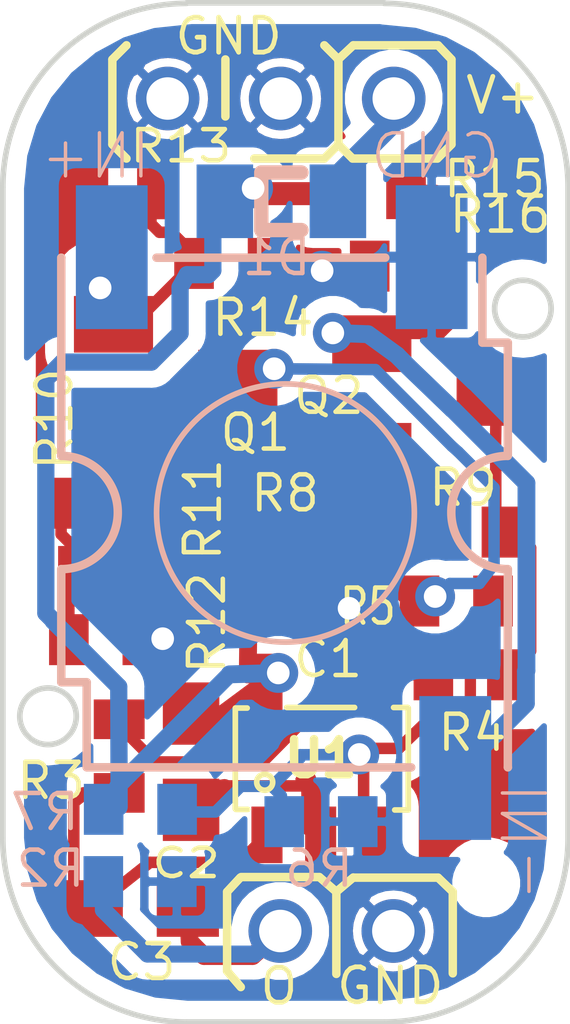
<source format=kicad_pcb>
(kicad_pcb (version 20171130) (host pcbnew "(5.1.10-1-10_14)")

  (general
    (thickness 0.8)
    (drawings 71)
    (tracks 210)
    (zones 0)
    (modules 28)
    (nets 15)
  )

  (page A4)
  (layers
    (0 Top signal)
    (31 Bottom signal)
    (32 B.Adhes user)
    (33 F.Adhes user)
    (34 B.Paste user)
    (35 F.Paste user)
    (36 B.SilkS user)
    (37 F.SilkS user)
    (38 B.Mask user hide)
    (39 F.Mask user hide)
    (40 Dwgs.User user hide)
    (41 Cmts.User user)
    (42 Eco1.User user)
    (43 Eco2.User user)
    (44 Edge.Cuts user)
    (45 Margin user)
    (46 B.CrtYd user hide)
    (47 F.CrtYd user hide)
    (48 B.Fab user hide)
    (49 F.Fab user hide)
  )

  (setup
    (last_trace_width 0.25)
    (user_trace_width 0.195)
    (user_trace_width 0.2)
    (user_trace_width 0.4)
    (trace_clearance 0.05)
    (zone_clearance 0.3)
    (zone_45_only no)
    (trace_min 0.195)
    (via_size 0.6)
    (via_drill 0.4)
    (via_min_size 0.4)
    (via_min_drill 0.3)
    (uvia_size 0.3)
    (uvia_drill 0.1)
    (uvias_allowed no)
    (uvia_min_size 0.2)
    (uvia_min_drill 0.1)
    (edge_width 0.1)
    (segment_width 0.2)
    (pcb_text_width 0.3)
    (pcb_text_size 1.5 1.5)
    (mod_edge_width 0.15)
    (mod_text_size 1 1)
    (mod_text_width 0.15)
    (pad_size 1.524 1.524)
    (pad_drill 0.762)
    (pad_to_mask_clearance 0.2)
    (aux_axis_origin 0 0)
    (visible_elements 7FFFFF7F)
    (pcbplotparams
      (layerselection 0x00010_fffffffe)
      (usegerberextensions false)
      (usegerberattributes false)
      (usegerberadvancedattributes false)
      (creategerberjobfile false)
      (excludeedgelayer true)
      (linewidth 0.100000)
      (plotframeref false)
      (viasonmask false)
      (mode 1)
      (useauxorigin false)
      (hpglpennumber 1)
      (hpglpenspeed 20)
      (hpglpendiameter 15.000000)
      (psnegative false)
      (psa4output false)
      (plotreference true)
      (plotvalue true)
      (plotinvisibletext false)
      (padsonsilk false)
      (subtractmaskfromsilk false)
      (outputformat 4)
      (mirror true)
      (drillshape 2)
      (scaleselection 1)
      (outputdirectory "Decal/"))
  )

  (net 0 "")
  (net 1 N$5)
  (net 2 N$6)
  (net 3 N$9)
  (net 4 N$10)
  (net 5 IN+)
  (net 6 IN-)
  (net 7 N$13)
  (net 8 GND)
  (net 9 N$14)
  (net 10 N$15)
  (net 11 N$16)
  (net 12 VCC1)
  (net 13 N$19)
  (net 14 N$1)

  (net_class Default "This is the default net class."
    (clearance 0.05)
    (trace_width 0.25)
    (via_dia 0.6)
    (via_drill 0.4)
    (uvia_dia 0.3)
    (uvia_drill 0.1)
    (add_net GND)
    (add_net IN+)
    (add_net IN-)
    (add_net N$1)
    (add_net N$10)
    (add_net N$13)
    (add_net N$14)
    (add_net N$15)
    (add_net N$16)
    (add_net N$19)
    (add_net N$5)
    (add_net N$6)
    (add_net N$9)
    (add_net VCC1)
  )

  (module "" (layer Top) (tedit 0) (tstamp 0)
    (at 151.551941 110.7977)
    (fp_text reference @HOLE0 (at 0 0) (layer F.SilkS) hide
      (effects (font (size 1.524 1.524) (thickness 0.15)))
    )
    (fp_text value "" (at 0 0) (layer F.SilkS)
      (effects (font (size 1.524 1.524) (thickness 0.15)))
    )
    (pad "" np_thru_hole circle (at 0 0) (size 0.6 0.6) (drill 0.6) (layers *.Cu))
  )

  (module SOT23 (layer Top) (tedit 5ACD6110) (tstamp 5ACC7DD9)
    (at 146.057941 101.87745 270)
    (fp_text reference Q1 (at 1.3239 -0.740959) (layer F.SilkS)
      (effects (font (size 0.6175 0.6175) (thickness 0.080275)) (justify left bottom))
    )
    (fp_text value 2SC3324 (at -1.905 3.175 270) (layer F.SilkS) hide
      (effects (font (size 0.6175 0.6175) (thickness 0.0494)) (justify right top))
    )
    (fp_poly (pts (xy -1.1684 1.2954) (xy -0.7112 1.2954) (xy -0.7112 0.7112) (xy -1.1684 0.7112)) (layer Dwgs.User) (width 0))
    (fp_poly (pts (xy 0.7112 1.2954) (xy 1.1684 1.2954) (xy 1.1684 0.7112) (xy 0.7112 0.7112)) (layer Dwgs.User) (width 0))
    (fp_poly (pts (xy -0.2286 -0.7112) (xy 0.2286 -0.7112) (xy 0.2286 -1.2954) (xy -0.2286 -1.2954)) (layer Dwgs.User) (width 0))
    (fp_line (start -1.422 -0.66) (end 1.422 -0.66) (layer Dwgs.User) (width 0.1524))
    (fp_line (start -1.422 0.66) (end -1.422 -0.66) (layer Dwgs.User) (width 0.1524))
    (fp_line (start 1.422 0.66) (end -1.422 0.66) (layer Dwgs.User) (width 0.1524))
    (fp_line (start 1.422 -0.66) (end 1.422 0.66) (layer Dwgs.User) (width 0.1524))
    (pad 3 smd rect (at 0 -1.1 270) (size 1 1.4) (layers Top F.Paste F.Mask)
      (net 1 N$5))
    (pad 2 smd rect (at 0.95 1.1 270) (size 1 1.4) (layers Top F.Paste F.Mask)
      (net 3 N$9))
    (pad 1 smd rect (at -0.95 1.1 270) (size 1 1.4) (layers Top F.Paste F.Mask)
      (net 5 IN+))
    (model ${KISYS3DMOD}/TO_SOT_Packages_SMD.3dshapes/SOT-23.step
      (at (xyz 0 0 0))
      (scale (xyz 1 1 1))
      (rotate (xyz 0 0 -90))
    )
  )

  (module SOT23 (layer Top) (tedit 5ACD611C) (tstamp 5ACC7DE6)
    (at 150.627941 102.21995 270)
    (fp_text reference Q2 (at 0.3314 2.529041) (layer F.SilkS)
      (effects (font (size 0.6175 0.6175) (thickness 0.080275)) (justify left bottom))
    )
    (fp_text value 2SC3324 (at -1.905 3.175 270) (layer F.SilkS) hide
      (effects (font (size 0.6175 0.6175) (thickness 0.0494)) (justify right top))
    )
    (fp_poly (pts (xy -1.1684 1.2954) (xy -0.7112 1.2954) (xy -0.7112 0.7112) (xy -1.1684 0.7112)) (layer Dwgs.User) (width 0))
    (fp_poly (pts (xy 0.7112 1.2954) (xy 1.1684 1.2954) (xy 1.1684 0.7112) (xy 0.7112 0.7112)) (layer Dwgs.User) (width 0))
    (fp_poly (pts (xy -0.2286 -0.7112) (xy 0.2286 -0.7112) (xy 0.2286 -1.2954) (xy -0.2286 -1.2954)) (layer Dwgs.User) (width 0))
    (fp_line (start -1.422 -0.66) (end 1.422 -0.66) (layer Dwgs.User) (width 0.1524))
    (fp_line (start -1.422 0.66) (end -1.422 -0.66) (layer Dwgs.User) (width 0.1524))
    (fp_line (start 1.422 0.66) (end -1.422 0.66) (layer Dwgs.User) (width 0.1524))
    (fp_line (start 1.422 -0.66) (end 1.422 0.66) (layer Dwgs.User) (width 0.1524))
    (pad 3 smd rect (at 0 -1.1 270) (size 1 1.4) (layers Top F.Paste F.Mask)
      (net 2 N$6))
    (pad 2 smd rect (at 0.95 1.1 270) (size 1 1.4) (layers Top F.Paste F.Mask)
      (net 4 N$10))
    (pad 1 smd rect (at -0.95 1.1 270) (size 1 1.4) (layers Top F.Paste F.Mask)
      (net 6 IN-))
    (model ${KISYS3DMOD}/TO_SOT_Packages_SMD.3dshapes/SOT-23.step
      (at (xyz 0 0 0))
      (scale (xyz 1 1 1))
      (rotate (xyz 0 0 -90))
    )
  )

  (module R0402 (layer Top) (tedit 5ACD61F5) (tstamp 5ACC7DF3)
    (at 148.020441 104.74495 180)
    (descr <b>RESISTOR</b>)
    (fp_text reference R8 (at -0.628459 1.1936) (layer F.SilkS)
      (effects (font (size 0.6175 0.6175) (thickness 0.080275)) (justify right top))
    )
    (fp_text value 33k (at -0.635 1.905 180) (layer F.SilkS) hide
      (effects (font (size 0.6175 0.6175) (thickness 0.0494)) (justify right top))
    )
    (fp_poly (pts (xy -0.1999 0.4001) (xy 0.1999 0.4001) (xy 0.1999 -0.4001) (xy -0.1999 -0.4001)) (layer F.Adhes) (width 0))
    (fp_poly (pts (xy 0.2588 0.3048) (xy 0.5588 0.3048) (xy 0.5588 -0.2951) (xy 0.2588 -0.2951)) (layer Dwgs.User) (width 0))
    (fp_poly (pts (xy -0.554 0.3048) (xy -0.254 0.3048) (xy -0.254 -0.2951) (xy -0.554 -0.2951)) (layer Dwgs.User) (width 0))
    (fp_line (start 0.245 0.224) (end -0.245 0.224) (layer Dwgs.User) (width 0.1524))
    (fp_line (start -0.245 -0.224) (end 0.245 -0.224) (layer Dwgs.User) (width 0.1524))
    (pad 1 smd rect (at -0.65 0 180) (size 0.7 0.9) (layers Top F.Paste F.Mask)
      (net 1 N$5))
    (pad 2 smd rect (at 0.65 0 180) (size 0.7 0.9) (layers Top F.Paste F.Mask)
      (net 12 VCC1))
    (model ${KISYS3DMOD}/Resistors_SMD.3dshapes/R_0402.step
      (at (xyz 0 0 0))
      (scale (xyz 1 1 1))
      (rotate (xyz 0 0 0))
    )
  )

  (module R0402 (layer Top) (tedit 5ACD5F07) (tstamp 5ACC7DFD)
    (at 151.170441 104.59745 180)
    (descr <b>RESISTOR</b>)
    (fp_text reference R9 (at -0.628459 1.1461) (layer F.SilkS)
      (effects (font (size 0.6175 0.6175) (thickness 0.080275)) (justify right top))
    )
    (fp_text value 33k (at -0.635 1.905 180) (layer F.SilkS) hide
      (effects (font (size 0.6175 0.6175) (thickness 0.0494)) (justify right top))
    )
    (fp_poly (pts (xy -0.1999 0.4001) (xy 0.1999 0.4001) (xy 0.1999 -0.4001) (xy -0.1999 -0.4001)) (layer F.Adhes) (width 0))
    (fp_poly (pts (xy 0.2588 0.3048) (xy 0.5588 0.3048) (xy 0.5588 -0.2951) (xy 0.2588 -0.2951)) (layer Dwgs.User) (width 0))
    (fp_poly (pts (xy -0.554 0.3048) (xy -0.254 0.3048) (xy -0.254 -0.2951) (xy -0.554 -0.2951)) (layer Dwgs.User) (width 0))
    (fp_line (start 0.245 0.224) (end -0.245 0.224) (layer Dwgs.User) (width 0.1524))
    (fp_line (start -0.245 -0.224) (end 0.245 -0.224) (layer Dwgs.User) (width 0.1524))
    (pad 1 smd rect (at -0.65 0 180) (size 0.7 0.9) (layers Top F.Paste F.Mask)
      (net 2 N$6))
    (pad 2 smd rect (at 0.65 0 180) (size 0.7 0.9) (layers Top F.Paste F.Mask)
      (net 12 VCC1))
    (model ${KISYS3DMOD}/Resistors_SMD.3dshapes/R_0402.step
      (at (xyz 0 0 0))
      (scale (xyz 1 1 1))
      (rotate (xyz 0 0 0))
    )
  )

  (module R0402 (layer Top) (tedit 5ACD6161) (tstamp 5ACC7E07)
    (at 144.640441 104.08745)
    (descr <b>RESISTOR</b>)
    (fp_text reference R10 (at -1.091541 -2.4361 90) (layer F.SilkS)
      (effects (font (size 0.6175 0.6175) (thickness 0.080275)) (justify right top))
    )
    (fp_text value 1.2k (at -0.635 1.905) (layer F.SilkS) hide
      (effects (font (size 0.6175 0.6175) (thickness 0.0494)) (justify left bottom))
    )
    (fp_poly (pts (xy -0.1999 0.4001) (xy 0.1999 0.4001) (xy 0.1999 -0.4001) (xy -0.1999 -0.4001)) (layer F.Adhes) (width 0))
    (fp_poly (pts (xy 0.2588 0.3048) (xy 0.5588 0.3048) (xy 0.5588 -0.2951) (xy 0.2588 -0.2951)) (layer Dwgs.User) (width 0))
    (fp_poly (pts (xy -0.554 0.3048) (xy -0.254 0.3048) (xy -0.254 -0.2951) (xy -0.554 -0.2951)) (layer Dwgs.User) (width 0))
    (fp_line (start 0.245 0.224) (end -0.245 0.224) (layer Dwgs.User) (width 0.1524))
    (fp_line (start -0.245 -0.224) (end 0.245 -0.224) (layer Dwgs.User) (width 0.1524))
    (pad 1 smd rect (at -0.65 0) (size 0.7 0.9) (layers Top F.Paste F.Mask)
      (net 7 N$13))
    (pad 2 smd rect (at 0.65 0) (size 0.7 0.9) (layers Top F.Paste F.Mask)
      (net 3 N$9))
    (model ${KISYS3DMOD}/Resistors_SMD.3dshapes/R_0402.step
      (at (xyz 0 0 0))
      (scale (xyz 1 1 1))
      (rotate (xyz 0 0 0))
    )
  )

  (module R0402 (layer Top) (tedit 5ACD6204) (tstamp 5ACC7E11)
    (at 144.977941 105.29245)
    (descr <b>RESISTOR</b>)
    (fp_text reference R11 (at 1.920959 -0.1411 90) (layer F.SilkS)
      (effects (font (size 0.6175 0.6175) (thickness 0.080275)) (justify left bottom))
    )
    (fp_text value 1.2k (at -0.635 1.905) (layer F.SilkS) hide
      (effects (font (size 0.6175 0.6175) (thickness 0.0494)) (justify left bottom))
    )
    (fp_poly (pts (xy -0.1999 0.4001) (xy 0.1999 0.4001) (xy 0.1999 -0.4001) (xy -0.1999 -0.4001)) (layer F.Adhes) (width 0))
    (fp_poly (pts (xy 0.2588 0.3048) (xy 0.5588 0.3048) (xy 0.5588 -0.2951) (xy 0.2588 -0.2951)) (layer Dwgs.User) (width 0))
    (fp_poly (pts (xy -0.554 0.3048) (xy -0.254 0.3048) (xy -0.254 -0.2951) (xy -0.554 -0.2951)) (layer Dwgs.User) (width 0))
    (fp_line (start 0.245 0.224) (end -0.245 0.224) (layer Dwgs.User) (width 0.1524))
    (fp_line (start -0.245 -0.224) (end 0.245 -0.224) (layer Dwgs.User) (width 0.1524))
    (pad 1 smd rect (at -0.65 0) (size 0.7 0.9) (layers Top F.Paste F.Mask)
      (net 7 N$13))
    (pad 2 smd rect (at 0.65 0) (size 0.7 0.9) (layers Top F.Paste F.Mask)
      (net 4 N$10))
    (model ${KISYS3DMOD}/Resistors_SMD.3dshapes/R_0402.step
      (at (xyz 0 0 0))
      (scale (xyz 1 1 1))
      (rotate (xyz 0 0 0))
    )
  )

  (module R0402 (layer Top) (tedit 5ACD618A) (tstamp 5ACC7E1B)
    (at 144.817941 106.49745 180)
    (descr <b>RESISTOR</b>)
    (fp_text reference R12 (at -1.430959 1.2461 90) (layer F.SilkS)
      (effects (font (size 0.6175 0.6175) (thickness 0.080275)) (justify right top))
    )
    (fp_text value 12k (at -0.635 1.905 180) (layer F.SilkS) hide
      (effects (font (size 0.6175 0.6175) (thickness 0.0494)) (justify right top))
    )
    (fp_poly (pts (xy -0.1999 0.4001) (xy 0.1999 0.4001) (xy 0.1999 -0.4001) (xy -0.1999 -0.4001)) (layer F.Adhes) (width 0))
    (fp_poly (pts (xy 0.2588 0.3048) (xy 0.5588 0.3048) (xy 0.5588 -0.2951) (xy 0.2588 -0.2951)) (layer Dwgs.User) (width 0))
    (fp_poly (pts (xy -0.554 0.3048) (xy -0.254 0.3048) (xy -0.254 -0.2951) (xy -0.554 -0.2951)) (layer Dwgs.User) (width 0))
    (fp_line (start 0.245 0.224) (end -0.245 0.224) (layer Dwgs.User) (width 0.1524))
    (fp_line (start -0.245 -0.224) (end 0.245 -0.224) (layer Dwgs.User) (width 0.1524))
    (pad 1 smd rect (at -0.65 0 180) (size 0.7 0.9) (layers Top F.Paste F.Mask)
      (net 8 GND))
    (pad 2 smd rect (at 0.65 0 180) (size 0.7 0.9) (layers Top F.Paste F.Mask)
      (net 7 N$13))
    (model ${KISYS3DMOD}/Resistors_SMD.3dshapes/R_0402.step
      (at (xyz 0 0 0))
      (scale (xyz 1 1 1))
      (rotate (xyz 0 0 0))
    )
  )

  (module R0402 (layer Top) (tedit 5ACD6050) (tstamp 5ACC7E25)
    (at 146.375441 98.62245)
    (descr <b>RESISTOR</b>)
    (fp_text reference R13 (at -1.176541 -0.5211) (layer F.SilkS)
      (effects (font (size 0.55 0.6175) (thickness 0.080275)) (justify left bottom))
    )
    (fp_text value 100k (at -0.635 1.905) (layer F.SilkS) hide
      (effects (font (size 0.6175 0.6175) (thickness 0.0494)) (justify left bottom))
    )
    (fp_poly (pts (xy -0.1999 0.4001) (xy 0.1999 0.4001) (xy 0.1999 -0.4001) (xy -0.1999 -0.4001)) (layer F.Adhes) (width 0))
    (fp_poly (pts (xy 0.2588 0.3048) (xy 0.5588 0.3048) (xy 0.5588 -0.2951) (xy 0.2588 -0.2951)) (layer Dwgs.User) (width 0))
    (fp_poly (pts (xy -0.554 0.3048) (xy -0.254 0.3048) (xy -0.254 -0.2951) (xy -0.554 -0.2951)) (layer Dwgs.User) (width 0))
    (fp_line (start 0.245 0.224) (end -0.245 0.224) (layer Dwgs.User) (width 0.1524))
    (fp_line (start -0.245 -0.224) (end 0.245 -0.224) (layer Dwgs.User) (width 0.1524))
    (pad 1 smd rect (at -0.65 0) (size 0.7 0.9) (layers Top F.Paste F.Mask)
      (net 5 IN+))
    (pad 2 smd rect (at 0.65 0) (size 0.7 0.9) (layers Top F.Paste F.Mask)
      (net 12 VCC1))
    (model ${KISYS3DMOD}/Resistors_SMD.3dshapes/R_0402.step
      (at (xyz 0 0 0))
      (scale (xyz 1 1 1))
      (rotate (xyz 0 0 0))
    )
  )

  (module R0402 (layer Top) (tedit 5ACD60EC) (tstamp 5ACC7E2F)
    (at 147.032941 99.85245 180)
    (descr <b>RESISTOR</b>)
    (fp_text reference R14 (at -1.515959 -0.5989) (layer F.SilkS)
      (effects (font (size 0.6175 0.6175) (thickness 0.080275)) (justify right top))
    )
    (fp_text value 51k (at -0.635 1.905 180) (layer F.SilkS) hide
      (effects (font (size 0.6175 0.6175) (thickness 0.0494)) (justify right top))
    )
    (fp_poly (pts (xy -0.1999 0.4001) (xy 0.1999 0.4001) (xy 0.1999 -0.4001) (xy -0.1999 -0.4001)) (layer F.Adhes) (width 0))
    (fp_poly (pts (xy 0.2588 0.3048) (xy 0.5588 0.3048) (xy 0.5588 -0.2951) (xy 0.2588 -0.2951)) (layer Dwgs.User) (width 0))
    (fp_poly (pts (xy -0.554 0.3048) (xy -0.254 0.3048) (xy -0.254 -0.2951) (xy -0.554 -0.2951)) (layer Dwgs.User) (width 0))
    (fp_line (start 0.245 0.224) (end -0.245 0.224) (layer Dwgs.User) (width 0.1524))
    (fp_line (start -0.245 -0.224) (end 0.245 -0.224) (layer Dwgs.User) (width 0.1524))
    (pad 1 smd rect (at -0.65 0 180) (size 0.7 0.9) (layers Top F.Paste F.Mask)
      (net 8 GND))
    (pad 2 smd rect (at 0.65 0 180) (size 0.7 0.9) (layers Top F.Paste F.Mask)
      (net 5 IN+))
    (model ${KISYS3DMOD}/Resistors_SMD.3dshapes/R_0402.step
      (at (xyz 0 0 0))
      (scale (xyz 1 1 1))
      (rotate (xyz 0 0 0))
    )
  )

  (module R0402 (layer Top) (tedit 5ACD60C3) (tstamp 5ACC7E39)
    (at 149.482941 98.61995 180)
    (descr <b>RESISTOR</b>)
    (fp_text reference R15 (at -3.165959 0.6186) (layer F.SilkS)
      (effects (font (size 0.6175 0.6175) (thickness 0.080275)) (justify right top))
    )
    (fp_text value 100k (at -0.635 1.905 180) (layer F.SilkS) hide
      (effects (font (size 0.6175 0.6175) (thickness 0.0494)) (justify right top))
    )
    (fp_poly (pts (xy -0.1999 0.4001) (xy 0.1999 0.4001) (xy 0.1999 -0.4001) (xy -0.1999 -0.4001)) (layer F.Adhes) (width 0))
    (fp_poly (pts (xy 0.2588 0.3048) (xy 0.5588 0.3048) (xy 0.5588 -0.2951) (xy 0.2588 -0.2951)) (layer Dwgs.User) (width 0))
    (fp_poly (pts (xy -0.554 0.3048) (xy -0.254 0.3048) (xy -0.254 -0.2951) (xy -0.554 -0.2951)) (layer Dwgs.User) (width 0))
    (fp_line (start 0.245 0.224) (end -0.245 0.224) (layer Dwgs.User) (width 0.1524))
    (fp_line (start -0.245 -0.224) (end 0.245 -0.224) (layer Dwgs.User) (width 0.1524))
    (pad 1 smd rect (at -0.65 0 180) (size 0.7 0.9) (layers Top F.Paste F.Mask)
      (net 6 IN-))
    (pad 2 smd rect (at 0.65 0 180) (size 0.7 0.9) (layers Top F.Paste F.Mask)
      (net 12 VCC1))
    (model ${KISYS3DMOD}/Resistors_SMD.3dshapes/R_0402.step
      (at (xyz 0 0 0))
      (scale (xyz 1 1 1))
      (rotate (xyz 0 0 0))
    )
  )

  (module R0402 (layer Top) (tedit 5ACD60C0) (tstamp 5ACC7E43)
    (at 150.140441 99.89995)
    (descr <b>RESISTOR</b>)
    (fp_text reference R16 (at 0.708459 -0.5486) (layer F.SilkS)
      (effects (font (size 0.6175 0.6175) (thickness 0.080275)) (justify left bottom))
    )
    (fp_text value 51k (at -0.635 1.905) (layer F.SilkS) hide
      (effects (font (size 0.6175 0.6175) (thickness 0.0494)) (justify left bottom))
    )
    (fp_poly (pts (xy -0.1999 0.4001) (xy 0.1999 0.4001) (xy 0.1999 -0.4001) (xy -0.1999 -0.4001)) (layer F.Adhes) (width 0))
    (fp_poly (pts (xy 0.2588 0.3048) (xy 0.5588 0.3048) (xy 0.5588 -0.2951) (xy 0.2588 -0.2951)) (layer Dwgs.User) (width 0))
    (fp_poly (pts (xy -0.554 0.3048) (xy -0.254 0.3048) (xy -0.254 -0.2951) (xy -0.554 -0.2951)) (layer Dwgs.User) (width 0))
    (fp_line (start 0.245 0.224) (end -0.245 0.224) (layer Dwgs.User) (width 0.1524))
    (fp_line (start -0.245 -0.224) (end 0.245 -0.224) (layer Dwgs.User) (width 0.1524))
    (pad 1 smd rect (at -0.65 0) (size 0.7 0.9) (layers Top F.Paste F.Mask)
      (net 8 GND))
    (pad 2 smd rect (at 0.65 0) (size 0.7 0.9) (layers Top F.Paste F.Mask)
      (net 6 IN-))
    (model ${KISYS3DMOD}/Resistors_SMD.3dshapes/R_0402.step
      (at (xyz 0 0 0))
      (scale (xyz 1 1 1))
      (rotate (xyz 0 0 0))
    )
  )

  (module C0402 (layer Top) (tedit 5ACD61FD) (tstamp 5ACC7E4D)
    (at 147.997941 105.96495)
    (descr <b>CAPACITOR</b>)
    (fp_text reference C1 (at 0.100959 1.2364) (layer F.SilkS)
      (effects (font (size 0.6175 0.6175) (thickness 0.080275)) (justify left bottom))
    )
    (fp_text value "0.1uF, 25V" (at -0.635 1.905) (layer F.SilkS) hide
      (effects (font (size 0.6175 0.6175) (thickness 0.0494)) (justify left bottom))
    )
    (fp_poly (pts (xy -0.1999 0.3) (xy 0.1999 0.3) (xy 0.1999 -0.3) (xy -0.1999 -0.3)) (layer F.Adhes) (width 0))
    (fp_poly (pts (xy 0.2588 0.3048) (xy 0.5588 0.3048) (xy 0.5588 -0.2951) (xy 0.2588 -0.2951)) (layer Dwgs.User) (width 0))
    (fp_poly (pts (xy -0.554 0.3048) (xy -0.254 0.3048) (xy -0.254 -0.2951) (xy -0.554 -0.2951)) (layer Dwgs.User) (width 0))
    (fp_line (start 0.245 0.224) (end -0.245 0.224) (layer Dwgs.User) (width 0.1524))
    (fp_line (start -0.245 -0.224) (end 0.245 -0.224) (layer Dwgs.User) (width 0.1524))
    (pad 1 smd rect (at -0.65 0) (size 0.7 0.9) (layers Top F.Paste F.Mask)
      (net 12 VCC1))
    (pad 2 smd rect (at 0.65 0) (size 0.7 0.9) (layers Top F.Paste F.Mask)
      (net 8 GND))
    (model ${KISYS3DMOD}/Capacitors_SMD.3dshapes/C_0402.step
      (at (xyz 0 0 0))
      (scale (xyz 1 1 1))
      (rotate (xyz 0 0 0))
    )
  )

  (module R0402 (layer Bottom) (tedit 5ACD5F46) (tstamp 5ACC7E57)
    (at 145.427941 110.76995 180)
    (descr <b>RESISTOR</b>)
    (fp_text reference R2 (at 0.929041 -0.1314) (layer B.SilkS)
      (effects (font (size 0.6175 0.6175) (thickness 0.080275)) (justify left bottom mirror))
    )
    (fp_text value 10k (at -0.635 -1.905 180) (layer B.SilkS) hide
      (effects (font (size 0.6175 0.6175) (thickness 0.0494)) (justify left bottom mirror))
    )
    (fp_poly (pts (xy -0.1999 -0.4001) (xy 0.1999 -0.4001) (xy 0.1999 0.4001) (xy -0.1999 0.4001)) (layer B.Adhes) (width 0))
    (fp_poly (pts (xy 0.2588 -0.3048) (xy 0.5588 -0.3048) (xy 0.5588 0.2951) (xy 0.2588 0.2951)) (layer Dwgs.User) (width 0))
    (fp_poly (pts (xy -0.554 -0.3048) (xy -0.254 -0.3048) (xy -0.254 0.2951) (xy -0.554 0.2951)) (layer Dwgs.User) (width 0))
    (fp_line (start 0.245 -0.224) (end -0.245 -0.224) (layer Dwgs.User) (width 0.1524))
    (fp_line (start -0.245 0.224) (end 0.245 0.224) (layer Dwgs.User) (width 0.1524))
    (pad 1 smd rect (at -0.65 0 180) (size 0.7 0.9) (layers Bottom B.Paste B.Mask)
      (net 8 GND))
    (pad 2 smd rect (at 0.65 0 180) (size 0.7 0.9) (layers Bottom B.Paste B.Mask)
      (net 14 N$1))
    (model ${KISYS3DMOD}/Resistors_SMD.3dshapes/R_0402.step
      (at (xyz 0 0 0))
      (scale (xyz 1 1 1))
      (rotate (xyz 0 0 0))
    )
  )

  (module SOT23-5 (layer Top) (tedit 5ACD61CA) (tstamp 5ACC7E61)
    (at 148.622941 108.59495)
    (fp_text reference U1 (at 0 0) (layer F.SilkS)
      (effects (font (size 0.6175 0.6175) (thickness 0.15)))
    )
    (fp_text value TLV170 (at 0 0) (layer F.SilkS) hide
      (effects (font (size 1.524 1.524) (thickness 0.15)))
    )
    (fp_circle (center -0.99 0.42) (end -0.848581 0.42) (layer F.SilkS) (width 0.1))
    (fp_line (start 1.54 -0.9) (end 1.54 -0.89) (layer F.SilkS) (width 0.1))
    (fp_line (start 1.29 -0.9) (end 1.54 -0.9) (layer F.SilkS) (width 0.1))
    (fp_line (start 1.55 0.91) (end 1.31 0.91) (layer F.SilkS) (width 0.1))
    (fp_line (start 1.55 -0.89) (end 1.55 0.91) (layer F.SilkS) (width 0.1))
    (fp_line (start -1.5 0.9) (end -1.29 0.9) (layer F.SilkS) (width 0.1))
    (fp_line (start -1.51 -0.89) (end -1.51 0.89) (layer F.SilkS) (width 0.1))
    (fp_line (start -1.5 -0.89) (end -1.3 -0.89) (layer F.SilkS) (width 0.1))
    (fp_line (start -0.6 -0.9) (end 0.6 -0.9) (layer F.SilkS) (width 0.1))
    (pad 2 smd rect (at 0 1.35 90) (size 1 0.55) (layers Top F.Paste F.Mask)
      (net 8 GND))
    (pad 3 smd rect (at 0.95 1.35 90) (size 1 0.55) (layers Top F.Paste F.Mask)
      (net 9 N$14))
    (pad 1 smd rect (at -0.95 1.35 90) (size 1 0.55) (layers Top F.Paste F.Mask)
      (net 11 N$16))
    (pad 5 smd rect (at -0.95 -1.35 90) (size 1 0.55) (layers Top F.Paste F.Mask)
      (net 12 VCC1))
    (pad 4 smd rect (at 0.95 -1.35 90) (size 1 0.55) (layers Top F.Paste F.Mask)
      (net 10 N$15))
    (model ${KISYS3DMOD}/TO_SOT_Packages_SMD.3dshapes/SOT-23-5.step
      (at (xyz 0 0 0))
      (scale (xyz 1 1 1))
      (rotate (xyz 0 0 -90))
    )
  )

  (module C0603_NK (layer Top) (tedit 5ACD6225) (tstamp 5ACC7E72)
    (at 145.422941 111.24495)
    (fp_text reference C3 (at -0.624041 1.3064) (layer F.SilkS)
      (effects (font (size 0.6175 0.6175) (thickness 0.080275)) (justify left bottom))
    )
    (fp_text value "10uF, 25V" (at -0.635 1.905) (layer F.SilkS) hide
      (effects (font (size 0.6175 0.6175) (thickness 0.0494)) (justify left bottom))
    )
    (fp_poly (pts (xy 0.3302 0.4699) (xy 0.8303 0.4699) (xy 0.8303 -0.4801) (xy 0.3302 -0.4801)) (layer Dwgs.User) (width 0))
    (fp_poly (pts (xy -0.8382 0.4699) (xy -0.3381 0.4699) (xy -0.3381 -0.4801) (xy -0.8382 -0.4801)) (layer Dwgs.User) (width 0))
    (fp_line (start -0.356 0.419) (end 0.356 0.419) (layer Dwgs.User) (width 0.1016))
    (fp_line (start -0.356 -0.432) (end 0.356 -0.432) (layer Dwgs.User) (width 0.1016))
    (pad 1 smd rect (at -0.85 0) (size 1.1 1) (layers Top F.Paste F.Mask)
      (net 11 N$16))
    (pad 2 smd rect (at 0.85 0) (size 1.1 1) (layers Top F.Paste F.Mask)
      (net 14 N$1))
    (model ${KISYS3DMOD}/Capacitors_SMD.3dshapes/C_0603.step
      (at (xyz 0 0 0))
      (scale (xyz 1 1 1))
      (rotate (xyz 0 0 0))
    )
  )

  (module 3P-2MM-TH (layer Top) (tedit 5ACD5A4F) (tstamp 5ACC7E7B)
    (at 147.915441 96.93995 180)
    (fp_text reference H2 (at 0 0 180) (layer F.SilkS) hide
      (effects (font (size 1.524 1.524) (thickness 0.15)) (justify right top))
    )
    (fp_text value 3P-2MM-TH-MALE (at 0 0 180) (layer F.SilkS) hide
      (effects (font (size 1.524 1.524) (thickness 0.15)) (justify right top))
    )
    (pad P$1 thru_hole circle (at -2 0 180) (size 1.125 1.125) (drill 0.75) (layers *.Cu *.Mask)
      (net 13 N$19))
    (pad P$2 thru_hole circle (at 0 0 180) (size 1.125 1.125) (drill 0.75) (layers *.Cu *.Mask)
      (net 8 GND))
    (pad P$3 thru_hole circle (at 2 0 180) (size 1.125 1.125) (drill 0.75) (layers *.Cu *.Mask)
      (net 8 GND))
    (model ${KISYS3DMOD}/Pin_Headers.3dshapes/Pin_Header_Straight_1x03_Pitch2.00mm.step
      (offset (xyz 2 0 0))
      (scale (xyz 1 1 1))
      (rotate (xyz 0 0 90))
    )
  )

  (module 2P-2MM-TH (layer Top) (tedit 5ACD5911) (tstamp 5ACC7E81)
    (at 148.907941 111.64245)
    (fp_text reference H1 (at 0 0) (layer F.SilkS) hide
      (effects (font (size 1.524 1.524) (thickness 0.15)))
    )
    (fp_text value 2P-2MM-TH-MALE (at 0 0) (layer F.SilkS) hide
      (effects (font (size 1.524 1.524) (thickness 0.15)))
    )
    (pad P$1 thru_hole circle (at -1 0) (size 1.125 1.125) (drill 0.75) (layers *.Cu *.Mask)
      (net 14 N$1))
    (pad P$2 thru_hole circle (at 1 0) (size 1.125 1.125) (drill 0.75) (layers *.Cu *.Mask)
      (net 8 GND))
    (model ${KISYS3DMOD}/Pin_Headers.3dshapes/Pin_Header_Straight_1x02_Pitch2.00mm.step
      (offset (xyz 1 0 0))
      (scale (xyz 1 1 1))
      (rotate (xyz 0 0 90))
    )
  )

  (module C0603_NK (layer Top) (tedit 5ACD623A) (tstamp 5ACC7E86)
    (at 146.330441 108.65245 90)
    (fp_text reference C2 (at -1.4989 0.568459 180) (layer F.SilkS)
      (effects (font (size 0.5 0.6175) (thickness 0.080275)) (justify right top))
    )
    (fp_text value "4.7uF, 25V" (at -0.635 1.905 90) (layer F.SilkS) hide
      (effects (font (size 0.6175 0.6175) (thickness 0.0494)) (justify left bottom))
    )
    (fp_poly (pts (xy 0.3302 0.4699) (xy 0.8303 0.4699) (xy 0.8303 -0.4801) (xy 0.3302 -0.4801)) (layer Dwgs.User) (width 0))
    (fp_poly (pts (xy -0.8382 0.4699) (xy -0.3381 0.4699) (xy -0.3381 -0.4801) (xy -0.8382 -0.4801)) (layer Dwgs.User) (width 0))
    (fp_line (start -0.356 0.419) (end 0.356 0.419) (layer Dwgs.User) (width 0.1016))
    (fp_line (start -0.356 -0.432) (end 0.356 -0.432) (layer Dwgs.User) (width 0.1016))
    (pad 1 smd rect (at -0.85 0 90) (size 1.1 1) (layers Top F.Paste F.Mask)
      (net 8 GND))
    (pad 2 smd rect (at 0.85 0 90) (size 1.1 1) (layers Top F.Paste F.Mask)
      (net 12 VCC1))
    (model ${KISYS3DMOD}/Capacitors_SMD.3dshapes/C_0603.step
      (at (xyz 0 0 0))
      (scale (xyz 1 1 1))
      (rotate (xyz 0 0 0))
    )
  )

  (module SMD1,27-2,54 (layer Bottom) (tedit 5ACD6017) (tstamp 5ACC7E8F)
    (at 144.926691 99.7422 180)
    (descr "<b>SMD PAD</b>")
    (fp_text reference IN+ (at -0.722209 1.34085 180) (layer B.SilkS)
      (effects (font (size 0.76 0.7) (thickness 0.0608)) (justify left bottom mirror))
    )
    (fp_text value "" (at 0 0) (layer B.SilkS)
      (effects (font (size 0.02413 0.02413) (thickness 0.00193)) (justify left bottom mirror))
    )
    (pad 1 smd rect (at 0 0 180) (size 1.27 2.54) (layers Bottom B.Paste B.Mask)
      (net 5 IN+))
  )

  (module SMD1,27-2,54 (layer Bottom) (tedit 5ACD59C1) (tstamp 5ACC7E93)
    (at 151.004441 108.7632 180)
    (descr "<b>SMD PAD</b>")
    (fp_text reference IN- (at -0.8 -2.4 270) (layer B.SilkS)
      (effects (font (size 0.76 0.76) (thickness 0.0608)) (justify right top mirror))
    )
    (fp_text value "" (at 0 0) (layer B.SilkS)
      (effects (font (size 0.02413 0.02413) (thickness 0.00193)) (justify left bottom mirror))
    )
    (pad 1 smd rect (at 0 0 180) (size 1.27 2.54) (layers Bottom B.Paste B.Mask)
      (net 6 IN-))
  )

  (module SMD1,27-2,54 (layer Bottom) (tedit 5ACD6038) (tstamp 5ACC7E97)
    (at 150.585691 99.74195 180)
    (descr "<b>SMD PAD</b>")
    (fp_text reference GND (at -1.263209 1.3406 180) (layer B.SilkS)
      (effects (font (size 0.76 0.76) (thickness 0.0608)) (justify left bottom mirror))
    )
    (fp_text value "" (at 0 0) (layer B.SilkS)
      (effects (font (size 0.02413 0.02413) (thickness 0.00193)) (justify left bottom mirror))
    )
    (pad 1 smd rect (at 0 0 180) (size 1.27 2.54) (layers Bottom B.Paste B.Mask)
      (net 8 GND))
  )

  (module R0402 (layer Bottom) (tedit 5ACD5F51) (tstamp 5ACC7E9B)
    (at 145.433191 109.49345 180)
    (descr <b>RESISTOR</b>)
    (fp_text reference R7 (at 1.034291 -0.4079) (layer B.SilkS)
      (effects (font (size 0.6175 0.6175) (thickness 0.080275)) (justify left bottom mirror))
    )
    (fp_text value 150k (at -0.635 -1.905 180) (layer B.SilkS) hide
      (effects (font (size 1.2065 1.2065) (thickness 0.09652)) (justify left bottom mirror))
    )
    (fp_poly (pts (xy -0.1999 -0.4001) (xy 0.1999 -0.4001) (xy 0.1999 0.4001) (xy -0.1999 0.4001)) (layer B.Adhes) (width 0))
    (fp_poly (pts (xy 0.2588 -0.3048) (xy 0.5588 -0.3048) (xy 0.5588 0.2951) (xy 0.2588 0.2951)) (layer Dwgs.User) (width 0))
    (fp_poly (pts (xy -0.554 -0.3048) (xy -0.254 -0.3048) (xy -0.254 0.2951) (xy -0.554 0.2951)) (layer Dwgs.User) (width 0))
    (fp_line (start 0.245 -0.224) (end -0.245 -0.224) (layer Dwgs.User) (width 0.1524))
    (fp_line (start -0.245 0.224) (end 0.245 0.224) (layer Dwgs.User) (width 0.1524))
    (pad 1 smd rect (at -0.65 0 180) (size 0.7 0.9) (layers Bottom B.Paste B.Mask)
      (net 9 N$14))
    (pad 2 smd rect (at 0.65 0 180) (size 0.7 0.9) (layers Bottom B.Paste B.Mask)
      (net 12 VCC1))
    (model ${KISYS3DMOD}/Resistors_SMD.3dshapes/R_0402.step
      (at (xyz 0 0 0))
      (scale (xyz 1 1 1))
      (rotate (xyz 0 0 0))
    )
  )

  (module R0402 (layer Bottom) (tedit 5ACD5F33) (tstamp 5ACC7EA5)
    (at 148.628691 109.7112 180)
    (descr <b>RESISTOR</b>)
    (fp_text reference R6 (at -0.620209 -1.19015) (layer B.SilkS)
      (effects (font (size 0.6175 0.6175) (thickness 0.080275)) (justify left bottom mirror))
    )
    (fp_text value 150k (at -0.635 -1.905 180) (layer B.SilkS) hide
      (effects (font (size 1.2065 1.2065) (thickness 0.09652)) (justify left bottom mirror))
    )
    (fp_poly (pts (xy -0.1999 -0.4001) (xy 0.1999 -0.4001) (xy 0.1999 0.4001) (xy -0.1999 0.4001)) (layer B.Adhes) (width 0))
    (fp_poly (pts (xy 0.2588 -0.3048) (xy 0.5588 -0.3048) (xy 0.5588 0.2951) (xy 0.2588 0.2951)) (layer Dwgs.User) (width 0))
    (fp_poly (pts (xy -0.554 -0.3048) (xy -0.254 -0.3048) (xy -0.254 0.2951) (xy -0.554 0.2951)) (layer Dwgs.User) (width 0))
    (fp_line (start 0.245 -0.224) (end -0.245 -0.224) (layer Dwgs.User) (width 0.1524))
    (fp_line (start -0.245 0.224) (end 0.245 0.224) (layer Dwgs.User) (width 0.1524))
    (pad 1 smd rect (at -0.65 0 180) (size 0.7 0.9) (layers Bottom B.Paste B.Mask)
      (net 8 GND))
    (pad 2 smd rect (at 0.65 0 180) (size 0.7 0.9) (layers Bottom B.Paste B.Mask)
      (net 9 N$14))
    (model ${KISYS3DMOD}/Resistors_SMD.3dshapes/R_0402.step
      (at (xyz 0 0 0))
      (scale (xyz 1 1 1))
      (rotate (xyz 0 0 0))
    )
  )

  (module R0402 (layer Top) (tedit 5ACD61B6) (tstamp 5ACC7EAF)
    (at 151.021691 105.8147 180)
    (descr <b>RESISTOR</b>)
    (fp_text reference R5 (at 1.022791 0.26335 180) (layer F.SilkS)
      (effects (font (size 0.6175 0.5) (thickness 0.080275)) (justify right top))
    )
    (fp_text value 33k (at -0.635 1.905 180) (layer F.SilkS) hide
      (effects (font (size 1.2065 1.2065) (thickness 0.09652)) (justify right top))
    )
    (fp_poly (pts (xy -0.1999 0.4001) (xy 0.1999 0.4001) (xy 0.1999 -0.4001) (xy -0.1999 -0.4001)) (layer F.Adhes) (width 0))
    (fp_poly (pts (xy 0.2588 0.3048) (xy 0.5588 0.3048) (xy 0.5588 -0.2951) (xy 0.2588 -0.2951)) (layer Dwgs.User) (width 0))
    (fp_poly (pts (xy -0.554 0.3048) (xy -0.254 0.3048) (xy -0.254 -0.2951) (xy -0.554 -0.2951)) (layer Dwgs.User) (width 0))
    (fp_line (start 0.245 0.224) (end -0.245 0.224) (layer Dwgs.User) (width 0.1524))
    (fp_line (start -0.245 -0.224) (end 0.245 -0.224) (layer Dwgs.User) (width 0.1524))
    (pad 1 smd rect (at -0.65 0 180) (size 0.7 0.9) (layers Top F.Paste F.Mask)
      (net 9 N$14))
    (pad 2 smd rect (at 0.65 0 180) (size 0.7 0.9) (layers Top F.Paste F.Mask)
      (net 1 N$5))
    (model ${KISYS3DMOD}/Resistors_SMD.3dshapes/R_0402.step
      (at (xyz 0 0 0))
      (scale (xyz 1 1 1))
      (rotate (xyz 0 0 0))
    )
  )

  (module R0402 (layer Top) (tedit 5ACD5EFC) (tstamp 5ACC7EB9)
    (at 151.266941 107.11795)
    (descr <b>RESISTOR</b>)
    (fp_text reference R4 (at -0.618041 1.3834) (layer F.SilkS)
      (effects (font (size 0.6175 0.6175) (thickness 0.080275)) (justify left bottom))
    )
    (fp_text value 33k (at -0.635 1.905) (layer F.SilkS) hide
      (effects (font (size 1.2065 1.2065) (thickness 0.09652)) (justify left bottom))
    )
    (fp_poly (pts (xy -0.1999 0.4001) (xy 0.1999 0.4001) (xy 0.1999 -0.4001) (xy -0.1999 -0.4001)) (layer F.Adhes) (width 0))
    (fp_poly (pts (xy 0.2588 0.3048) (xy 0.5588 0.3048) (xy 0.5588 -0.2951) (xy 0.2588 -0.2951)) (layer Dwgs.User) (width 0))
    (fp_poly (pts (xy -0.554 0.3048) (xy -0.254 0.3048) (xy -0.254 -0.2951) (xy -0.554 -0.2951)) (layer Dwgs.User) (width 0))
    (fp_line (start 0.245 0.224) (end -0.245 0.224) (layer Dwgs.User) (width 0.1524))
    (fp_line (start -0.245 -0.224) (end 0.245 -0.224) (layer Dwgs.User) (width 0.1524))
    (pad 1 smd rect (at -0.65 0) (size 0.7 0.9) (layers Top F.Paste F.Mask)
      (net 10 N$15))
    (pad 2 smd rect (at 0.65 0) (size 0.7 0.9) (layers Top F.Paste F.Mask)
      (net 2 N$6))
    (model ${KISYS3DMOD}/Resistors_SMD.3dshapes/R_0402.step
      (at (xyz 0 0 0))
      (scale (xyz 1 1 1))
      (rotate (xyz 0 0 0))
    )
  )

  (module R0402 (layer Top) (tedit 5ACD5F5C) (tstamp 5ACC7EC3)
    (at 145.058441 108.55345 270)
    (descr <b>RESISTOR</b>)
    (fp_text reference R3 (at 0.7979 1.859541) (layer F.SilkS)
      (effects (font (size 0.6175 0.6175) (thickness 0.080275)) (justify left bottom))
    )
    (fp_text value 75K (at -0.635 1.905 270) (layer F.SilkS) hide
      (effects (font (size 1.2065 1.2065) (thickness 0.09652)) (justify right top))
    )
    (fp_poly (pts (xy -0.1999 0.4001) (xy 0.1999 0.4001) (xy 0.1999 -0.4001) (xy -0.1999 -0.4001)) (layer F.Adhes) (width 0))
    (fp_poly (pts (xy 0.2588 0.3048) (xy 0.5588 0.3048) (xy 0.5588 -0.2951) (xy 0.2588 -0.2951)) (layer Dwgs.User) (width 0))
    (fp_poly (pts (xy -0.554 0.3048) (xy -0.254 0.3048) (xy -0.254 -0.2951) (xy -0.554 -0.2951)) (layer Dwgs.User) (width 0))
    (fp_line (start 0.245 0.224) (end -0.245 0.224) (layer Dwgs.User) (width 0.1524))
    (fp_line (start -0.245 -0.224) (end 0.245 -0.224) (layer Dwgs.User) (width 0.1524))
    (pad 1 smd rect (at -0.65 0 270) (size 0.7 0.9) (layers Top F.Paste F.Mask)
      (net 10 N$15))
    (pad 2 smd rect (at 0.65 0 270) (size 0.7 0.9) (layers Top F.Paste F.Mask)
      (net 11 N$16))
    (model ${KISYS3DMOD}/Resistors_SMD.3dshapes/R_0402.step
      (at (xyz 0 0 0))
      (scale (xyz 1 1 1))
      (rotate (xyz 0 0 0))
    )
  )

  (module SOD323 (layer Bottom) (tedit 5ACD6079) (tstamp 5ACC7ECD)
    (at 147.927941 98.75495 180)
    (fp_text reference D1 (at -0.570959 -1.3464) (layer B.SilkS)
      (effects (font (size 0.6175 0.6175) (thickness 0.080275)) (justify left bottom mirror))
    )
    (fp_text value "" (at -1.77 -2.013) (layer B.SilkS)
      (effects (font (size 1.2065 1.2065) (thickness 0.09652)) (justify left bottom mirror))
    )
    (fp_poly (pts (xy -0.2 -0.3) (xy 0.2 -0.3) (xy 0.2 0.3) (xy -0.2 0.3)) (layer B.Adhes) (width 0))
    (fp_poly (pts (xy 0.2524 -0.6) (xy 0.4524 -0.6) (xy 0.4524 0.6) (xy 0.2524 0.6)) (layer B.SilkS) (width 0))
    (fp_poly (pts (xy -0.8 -0.6) (xy -0.4 -0.6) (xy -0.4 0.6) (xy -0.8 0.6)) (layer Dwgs.User) (width 0))
    (fp_poly (pts (xy 0.4 -0.6) (xy 0.8 -0.6) (xy 0.8 0.6) (xy 0.4 0.6)) (layer Dwgs.User) (width 0))
    (fp_poly (pts (xy 0.66 -0.15) (xy 1.16 -0.15) (xy 1.16 0.15) (xy 0.66 0.15)) (layer Dwgs.User) (width 0))
    (fp_poly (pts (xy -1.17 -0.15) (xy -0.67 -0.15) (xy -0.67 0.15) (xy -1.17 0.15)) (layer Dwgs.User) (width 0))
    (fp_line (start 0.3556 0.508) (end 0.3556 -0.508) (layer B.SilkS) (width 0.254))
    (fp_line (start -0.3556 -0.508) (end 0.3556 -0.508) (layer B.SilkS) (width 0.254))
    (fp_line (start -0.3556 0.508) (end 0.3556 0.508) (layer B.SilkS) (width 0.254))
    (fp_line (start -0.765 -0.587) (end 0.765 -0.587) (layer Dwgs.User) (width 0.1016))
    (fp_line (start -0.765 0.587) (end 0.765 0.587) (layer Dwgs.User) (width 0.1016))
    (pad 1 smd rect (at -1 0 180) (size 1 1.3) (layers Bottom B.Paste B.Mask)
      (net 13 N$19))
    (pad 2 smd rect (at 1 0 180) (size 1 1.3) (layers Bottom B.Paste B.Mask)
      (net 12 VCC1))
    (model ${KISYS3DMOD}/Resistors_SMD.3dshapes/R_0603.wrl
      (at (xyz 0 0 0))
      (scale (xyz 1 1 1))
      (rotate (xyz 0 0 0))
    )
  )

  (gr_arc (start 146.25 98.5099) (end 146.25 95.2599) (angle -90) (layer Edge.Cuts) (width 0.1) (tstamp 9AEFB50))
  (gr_line (start 153 98.5) (end 153 110) (layer Edge.Cuts) (width 0.1) (tstamp 9AF9360))
  (gr_line (start 146.25 95.25) (end 149.75 95.25) (layer Edge.Cuts) (width 0.1) (tstamp 9AEF550))
  (gr_line (start 143 110) (end 143 98.5) (layer Edge.Cuts) (width 0.1) (tstamp 9AEC8D0))
  (gr_line (start 149.75 113.25) (end 146.25 113.25) (layer Edge.Cuts) (width 0.1) (tstamp 9AEDFD0))
  (gr_arc (start 146.25 110) (end 143 110) (angle -90) (layer Edge.Cuts) (width 0.1) (tstamp 9AF90E0))
  (gr_arc (start 149.75 110) (end 149.75 113.25) (angle -90) (layer Edge.Cuts) (width 0.1) (tstamp 9AF9660))
  (gr_arc (start 149.75 98.5099) (end 153 98.5099) (angle -90) (layer Edge.Cuts) (width 0.1) (tstamp 9AEF1D0))
  (gr_circle (center 148 104.2599) (end 150.28 104.2599) (layer B.SilkS) (width 0.1) (tstamp 9AD0DC0))
  (gr_circle (center 143.8 107.85) (end 144.3 107.85) (layer Edge.Cuts) (width 0.1) (tstamp 9AE1DD0))
  (gr_circle (center 152.2 100.65) (end 152.7 100.65) (layer Edge.Cuts) (width 0.1) (tstamp 9AE21D0))
  (gr_line (start 150.9375 96.25) (end 150.7 96) (layer F.SilkS) (width 0.15) (tstamp 9AE1850))
  (gr_line (start 150.9375 97.75) (end 150.9375 96.25) (layer F.SilkS) (width 0.15) (tstamp 9AE32D0))
  (gr_line (start 150.6875 98) (end 150.9375 97.75) (layer F.SilkS) (width 0.15) (tstamp 9AE2350))
  (gr_line (start 149.1875 98) (end 150.6875 98) (layer F.SilkS) (width 0.15) (tstamp 9AE26D0))
  (gr_line (start 148.9375 97.75) (end 149.1875 98) (layer F.SilkS) (width 0.15) (tstamp 9AE3AD0))
  (gr_line (start 148.9375 97.75) (end 148.9375 96.25) (layer F.SilkS) (width 0.15) (tstamp 9AE4350))
  (gr_line (start 148.9375 96.25) (end 148.6875 96) (layer F.SilkS) (width 0.15) (tstamp 9AE5FD0))
  (gr_line (start 148.6875 98) (end 148.9375 97.75) (layer F.SilkS) (width 0.15) (tstamp 9AE56D0))
  (gr_line (start 147.44925 98) (end 148.6875 98) (layer F.SilkS) (width 0.15) (tstamp 9AE4750))
  (gr_line (start 146.9375 97.2565) (end 146.9375 96.25) (layer F.SilkS) (width 0.15) (tstamp 9AE63D0))
  (gr_line (start 150.96 110.95) (end 150.7 110.7) (layer F.SilkS) (width 0.15) (tstamp 9AE7DD0))
  (gr_line (start 150.96 112.39) (end 150.96 110.95) (layer F.SilkS) (width 0.15) (tstamp 9AE6650))
  (gr_line (start 148.9 112.4) (end 148.9 110.95) (layer F.SilkS) (width 0.15) (tstamp 611E1A81))
  (gr_line (start 149.2 110.6975) (end 148.9 110.95) (layer F.SilkS) (width 0.15) (tstamp 9AE88D0))
  (gr_line (start 150.7 110.7) (end 149.2 110.7) (layer F.SilkS) (width 0.15) (tstamp 9AE9D50))
  (gr_line (start 144.9375 97.75) (end 145.1875 98) (layer F.SilkS) (width 0.15) (tstamp 9AE97D0))
  (gr_line (start 144.9375 96.25) (end 144.9375 97.75) (layer F.SilkS) (width 0.15) (tstamp 9AE8250))
  (gr_line (start 145.1875 96) (end 144.9375 96.25) (layer F.SilkS) (width 0.15) (tstamp 9AEAD50))
  (gr_line (start 148.9 110.95) (end 148.6 110.69) (layer F.SilkS) (width 0.15) (tstamp 9AEAFD0))
  (gr_line (start 146.9675 112.35) (end 147.21 112.6325) (layer F.SilkS) (width 0.15) (tstamp 9AEA3D0))
  (gr_line (start 146.9675 110.95) (end 146.9675 112.35) (layer F.SilkS) (width 0.15) (tstamp 9AEBF50))
  (gr_line (start 147.2 110.7) (end 146.9675 110.95) (layer F.SilkS) (width 0.15) (tstamp 9AED5D0))
  (gr_line (start 148.6 110.69) (end 147.215 110.69) (layer F.SilkS) (width 0.15) (tstamp 9AEDE50))
  (gr_text O (at 147.505441 112.97995) (layer F.SilkS) (tstamp 9AFC8E0)
    (effects (font (size 0.6175 0.6175) (thickness 0.0845)) (justify left bottom))
  )
  (gr_text GND (at 148.857941 112.97245) (layer F.SilkS) (tstamp 9AFCAE0)
    (effects (font (size 0.6175 0.6175) (thickness 0.0845)) (justify left bottom))
  )
  (gr_text GND (at 145.9989 96.20135) (layer F.SilkS) (tstamp 9AFD7E0)
    (effects (font (size 0.6175 0.6175) (thickness 0.0845)) (justify left bottom))
  )
  (gr_text V+ (at 151.142691 97.24645) (layer F.SilkS) (tstamp 9AFCEE0)
    (effects (font (size 0.6175 0.6175) (thickness 0.0845)) (justify left bottom))
  )
  (gr_line (start 144.033922 99.751381) (end 144.036232 99.751381) (layer B.SilkS) (width 0.15) (tstamp 9AFF860))
  (gr_line (start 145.719232 99.751381) (end 148.4837 99.751381) (layer B.SilkS) (width 0.15) (tstamp 9AFE3E0))
  (gr_line (start 151.483922 99.751381) (end 151.483922 101.2517) (layer B.SilkS) (width 0.15) (tstamp 9AFF960))
  (gr_line (start 151.483922 101.2517) (end 151.933922 101.2517) (layer B.SilkS) (width 0.15) (tstamp 9AFEAE0))
  (gr_line (start 151.933922 101.2517) (end 151.933922 103.251381) (layer B.SilkS) (width 0.15) (tstamp 9AF1860))
  (gr_line (start 151.933922 105.251381) (end 151.933922 108.751381) (layer B.SilkS) (width 0.15) (tstamp 9AF10E0))
  (gr_line (start 151.933922 108.751381) (end 151.936532 108.751381) (layer B.SilkS) (width 0.15) (tstamp 9AF1C60))
  (gr_line (start 150.224282 108.753131) (end 144.483922 108.751381) (layer B.SilkS) (width 0.15) (tstamp 9AF2160))
  (gr_line (start 144.483922 108.751381) (end 144.483922 107.248919) (layer B.SilkS) (width 0.15) (tstamp 9AF2560))
  (gr_line (start 144.483922 107.248919) (end 144.033922 107.248919) (layer B.SilkS) (width 0.15) (tstamp 9AF3560))
  (gr_line (start 144.033922 107.248919) (end 144.033922 105.251381) (layer B.SilkS) (width 0.15) (tstamp 9AF36E0))
  (gr_line (start 144.033922 103.251381) (end 144.033922 99.751381) (layer B.SilkS) (width 0.15) (tstamp 9AF37E0))
  (gr_arc (start 151.933922 104.251381) (end 151.933922 105.251381) (angle 180) (layer B.SilkS) (width 0.15) (tstamp 9AF5FE0))
  (gr_arc (start 144.033922 104.251381) (end 144.033922 103.251381) (angle 180) (layer B.SilkS) (width 0.15) (tstamp 9AF56E0))
  (gr_line (start 150.7 96) (end 149.2 96) (layer F.SilkS) (width 0.15) (tstamp 9AF5760))
  (gr_line (start 149.2 96) (end 148.927941 96.25495) (layer F.SilkS) (width 0.15) (tstamp 9AF4BE0))
  (gr_line (start 148.474941 99.7507) (end 149.765441 99.7507) (layer B.SilkS) (width 0.15) (tstamp 9AF6AE0))
  (gr_text FillOverPAD:GND:2:57 (at 148.804191 105.925887) (layer Eco1.User) (tstamp 9AF6FE0)
    (effects (font (size 0.0475 0.0475) (thickness 0.004)) (justify left bottom))
  )
  (gr_line (start 148.647941 105.96495) (end 148.804191 105.925887) (layer Eco1.User) (width 0.15) (tstamp 9AF7460))
  (gr_text FillOverPAD:GND:3:57 (at 146.486691 109.463387) (layer Eco1.User) (tstamp 9AF8160)
    (effects (font (size 0.0475 0.0475) (thickness 0.004)) (justify left bottom))
  )
  (gr_line (start 146.330441 109.50245) (end 146.486691 109.463387) (layer Eco1.User) (width 0.15) (tstamp 6094320))
  (gr_text FillOverPAD:GND:9:57 (at 150.741941 99.702887) (layer Eco1.User) (tstamp 6094E20)
    (effects (font (size 0.0475 0.0475) (thickness 0.004)) (justify left bottom))
  )
  (gr_line (start 150.585691 99.74195) (end 150.741941 99.702887) (layer Eco1.User) (width 0.15) (tstamp 60955A0))
  (gr_text FillOverPAD:GND:23:57 (at 146.234191 110.730887) (layer Eco1.User) (tstamp 6095BA0)
    (effects (font (size 0.0475 0.0475) (thickness 0.004)) (justify left bottom))
  )
  (gr_line (start 146.077941 110.76995) (end 146.234191 110.730887) (layer Eco1.User) (width 0.15) (tstamp 6076920))
  (gr_text FillOverPAD:GND:31:57 (at 149.434941 109.672137) (layer Eco1.User) (tstamp 6076EA0)
    (effects (font (size 0.0475 0.0475) (thickness 0.004)) (justify left bottom))
  )
  (gr_line (start 149.278691 109.7112) (end 149.434941 109.672137) (layer Eco1.User) (width 0.15) (tstamp 60775A0))
  (gr_line (start 145.467941 106.49745) (end 145.624191 106.458387) (layer Eco1.User) (width 0.15) (tstamp 60781A0))
  (gr_line (start 147.682941 99.85245) (end 147.839191 99.813387) (layer Eco1.User) (width 0.15) (tstamp 6078AA0))
  (gr_text FillOverPAD:GND:51:57 (at 149.646691 99.860887) (layer Eco1.User) (tstamp 6079720)
    (effects (font (size 0.0475 0.0475) (thickness 0.004)) (justify left bottom))
  )
  (gr_line (start 149.490441 99.89995) (end 149.646691 99.860887) (layer Eco1.User) (width 0.15) (tstamp 607B1A0))
  (gr_text FillOverPAD:GND:54:57 (at 148.779191 109.905887) (layer Eco1.User) (tstamp 607A1A0)
    (effects (font (size 0.0475 0.0475) (thickness 0.004)) (justify left bottom))
  )
  (gr_line (start 148.622941 109.94495) (end 148.779191 109.905887) (layer Eco1.User) (width 0.15) (tstamp 607B320))

  (segment (start 150.087941 105.74495) (end 149.282941 104.85495) (width 0.2032) (layer Top) (net 1) (tstamp 9B89C20))
  (segment (start 149.282941 104.85495) (end 148.665441 104.85495) (width 0.2032) (layer Top) (net 1) (tstamp 9B89AA0))
  (segment (start 148.665441 104.85495) (end 148.670441 104.74495) (width 0.2032) (layer Top) (net 1) (tstamp 9B88FA0))
  (segment (start 147.157941 101.87745) (end 146.960441 101.71745) (width 0.2032) (layer Top) (net 1) (tstamp 9B8BB20))
  (segment (start 146.960441 101.71745) (end 147.799691 101.7122) (width 0.2032) (layer Top) (net 1) (tstamp 9B8BDA0))
  (via (at 147.799691 101.7122) (size 0.7048) (drill 0.4) (layers Top Bottom) (net 1) (tstamp 9B8B320))
  (segment (start 151.645441 105.22495) (end 151.430441 105.50495) (width 0.2032) (layer Bottom) (net 1) (tstamp 9B8B1A0))
  (segment (start 151.430441 105.50495) (end 150.907941 105.50495) (width 0.2032) (layer Bottom) (net 1) (tstamp 9B8D4A0))
  (segment (start 150.907941 105.50495) (end 150.647941 105.73495) (width 0.2032) (layer Bottom) (net 1) (tstamp 9B8DE20))
  (via (at 150.647941 105.73495) (size 0.7048) (drill 0.4) (layers Top Bottom) (net 1) (tstamp 9B8E7A0) (status 1000000))
  (segment (start 150.647941 105.73495) (end 150.405441 105.50245) (width 0.2032) (layer Top) (net 1) (tstamp 9B8E1A0))
  (segment (start 147.799691 101.7122) (end 149.590941 101.72745) (width 0.2032) (layer Bottom) (net 1) (tstamp 9B8E920))
  (segment (start 149.590941 101.72745) (end 150.942941 103.07945) (width 0.2032) (layer Bottom) (net 1) (tstamp 9B8F520))
  (segment (start 150.942941 103.07945) (end 151.055941 103.17945) (width 0.2032) (layer Bottom) (net 1) (tstamp 9B8F320))
  (segment (start 151.055941 103.17945) (end 151.690191 103.8137) (width 0.2032) (layer Bottom) (net 1) (tstamp 9B8F4A0))
  (segment (start 151.690191 103.8137) (end 151.690191 105.1802) (width 0.2032) (layer Bottom) (net 1) (tstamp 9B90820))
  (segment (start 151.690191 105.1802) (end 151.645441 105.22495) (width 0.2032) (layer Bottom) (net 1) (tstamp 9B916A0))
  (segment (start 150.087941 105.74495) (end 150.301941 105.74495) (width 0.2032) (layer Top) (net 1) (tstamp 9B91E20))
  (segment (start 150.301941 105.74495) (end 150.371691 105.8147) (width 0.2032) (layer Top) (net 1) (tstamp 9B919A0))
  (segment (start 150.647941 105.73495) (end 150.451441 105.73495) (width 0.2032) (layer Top) (net 1) (tstamp 9B94BA0))
  (segment (start 150.451441 105.73495) (end 150.371691 105.8147) (width 0.2032) (layer Top) (net 1) (tstamp 9B93C20))
  (segment (start 151.727941 102.21995) (end 151.715441 103.17745) (width 0.2032) (layer Top) (net 2) (tstamp 9B94220))
  (segment (start 151.715441 103.17745) (end 151.720441 103.46995) (width 0.2032) (layer Top) (net 2) (tstamp 9B96920))
  (segment (start 151.720441 103.46995) (end 151.720441 104.37995) (width 0.2032) (layer Top) (net 2) (tstamp 9B96D20))
  (segment (start 151.720441 104.37995) (end 151.820441 104.59745) (width 0.2032) (layer Top) (net 2) (tstamp 9B96420))
  (segment (start 151.820441 104.59745) (end 152.122941 104.57995) (width 0.2032) (layer Top) (net 2) (tstamp 9B95720))
  (segment (start 152.122941 104.57995) (end 152.337941 104.87495) (width 0.2032) (layer Top) (net 2) (tstamp 9B989A0))
  (segment (start 152.337941 104.87495) (end 152.337941 106.69695) (width 0.2032) (layer Top) (net 2) (tstamp 9B98120))
  (segment (start 152.337941 106.69695) (end 151.916941 107.11795) (width 0.2032) (layer Top) (net 2) (tstamp 9B97420))
  (segment (start 145.290441 104.08745) (end 145.285441 103.31495) (width 0.2032) (layer Top) (net 3) (tstamp 9B9A8A0))
  (segment (start 145.285441 103.31495) (end 144.957941 102.82745) (width 0.2032) (layer Top) (net 3) (tstamp 9B990A0))
  (segment (start 145.627941 105.29245) (end 146.217941 105.24995) (width 0.2032) (layer Top) (net 4) (tstamp 9B9C8A0))
  (segment (start 146.217941 105.24995) (end 146.407941 104.99245) (width 0.2032) (layer Top) (net 4) (tstamp 9B9BA20))
  (segment (start 146.407941 104.99245) (end 146.407941 103.61995) (width 0.2032) (layer Top) (net 4) (tstamp 9B9CDA0))
  (segment (start 146.407941 103.61995) (end 146.860441 103.16745) (width 0.2032) (layer Top) (net 4) (tstamp 9B9C520))
  (segment (start 146.860441 103.16745) (end 149.525441 103.16745) (width 0.2032) (layer Top) (net 4) (tstamp 9B9DBA0))
  (segment (start 149.525441 103.16745) (end 149.527941 103.16995) (width 0.2032) (layer Top) (net 4) (tstamp 9B9EBA0))
  (segment (start 146.382941 99.85245) (end 146.357941 99.67495) (width 0.2032) (layer Top) (net 5) (tstamp 9B9F2A0))
  (segment (start 146.357941 99.67495) (end 145.985441 99.30245) (width 0.2032) (layer Top) (net 5) (tstamp 9B9F120))
  (segment (start 145.985441 99.30245) (end 145.770441 99.30245) (width 0.2032) (layer Top) (net 5) (tstamp 9B9FA20))
  (segment (start 145.770441 99.30245) (end 145.620441 99.15245) (width 0.2032) (layer Top) (net 5) (tstamp 9BA07A0))
  (segment (start 145.620441 99.15245) (end 145.620441 98.62495) (width 0.2032) (layer Top) (net 5) (tstamp 9BA0EA0))
  (segment (start 145.620441 98.62495) (end 145.725441 98.62245) (width 0.2032) (layer Top) (net 5) (tstamp 9BA13A0))
  (segment (start 144.957941 100.92745) (end 145.307941 100.92745) (width 0.2032) (layer Top) (net 5) (tstamp 9BA25A0))
  (segment (start 145.307941 100.92745) (end 146.382941 99.85245) (width 0.2032) (layer Top) (net 5) (tstamp 9BA4320))
  (segment (start 144.957941 100.92745) (end 144.957941 100.5982) (width 0.2032) (layer Top) (net 5) (tstamp 9BA3120))
  (segment (start 144.957941 100.5982) (end 144.721941 100.3622) (width 0.2032) (layer Top) (net 5) (tstamp 9BA35A0))
  (segment (start 144.721941 100.3622) (end 144.721941 100.2852) (width 0.2032) (layer Top) (net 5) (tstamp 9BA3420))
  (via (at 144.721941 100.2852) (size 0.7048) (drill 0.4) (layers Top Bottom) (net 5) (tstamp 9BA54A0))
  (segment (start 144.721941 100.2852) (end 144.721941 99.74695) (width 0.2032) (layer Bottom) (net 5) (tstamp 9BA50A0))
  (segment (start 144.721941 99.74695) (end 144.926691 99.7422) (width 0.2032) (layer Bottom) (net 5) (tstamp 9BA63A0))
  (segment (start 150.132941 98.61995) (end 150.647941 98.61995) (width 0.315) (layer Top) (net 6) (tstamp 9BA8B20))
  (segment (start 150.647941 98.61995) (end 150.785441 98.75745) (width 0.315) (layer Top) (net 6) (tstamp 9BA78A0))
  (segment (start 150.785441 98.75745) (end 150.785441 99.77745) (width 0.315) (layer Top) (net 6) (tstamp 9BA79A0))
  (segment (start 150.785441 99.77745) (end 150.790441 99.89995) (width 0.315) (layer Top) (net 6) (tstamp 9BA80A0))
  (segment (start 149.527941 101.26995) (end 149.475441 101.08495) (width 0.2032) (layer Top) (net 6) (tstamp 9BA93A0))
  (segment (start 149.475441 101.08495) (end 150.707941 101.08995) (width 0.2032) (layer Top) (net 6) (tstamp 9BA9E20))
  (segment (start 149.527941 101.26995) (end 148.832941 101.07495) (width 0.2032) (layer Top) (net 6) (tstamp 9BAA3A0))
  (segment (start 148.832941 101.07495) (end 148.837941 101.07995) (width 0.2032) (layer Top) (net 6) (tstamp 9BA9BA0))
  (via (at 148.837941 101.07995) (size 0.7048) (drill 0.4) (layers Top Bottom) (net 6) (tstamp 9BAB720))
  (segment (start 150.707941 101.08995) (end 150.732941 101.08995) (width 0.2032) (layer Top) (net 6) (tstamp 9BAAEA0))
  (segment (start 150.732941 101.08995) (end 150.870441 100.95245) (width 0.2032) (layer Top) (net 6) (tstamp 9BAC320))
  (segment (start 150.870441 100.95245) (end 150.870441 99.97995) (width 0.2032) (layer Top) (net 6) (tstamp 9BAC0A0))
  (segment (start 150.870441 99.97995) (end 150.790441 99.89995) (width 0.2032) (layer Top) (net 6) (tstamp 9BAD3A0))
  (segment (start 148.837941 101.07995) (end 149.458691 101.10195) (width 0.315) (layer Bottom) (net 6) (tstamp 9BAD2A0))
  (segment (start 149.458691 101.10195) (end 149.970691 101.47245) (width 0.315) (layer Bottom) (net 6) (tstamp 9BADDA0))
  (segment (start 149.970691 101.47245) (end 150.173191 101.67695) (width 0.315) (layer Bottom) (net 6) (tstamp 9BB0C20))
  (segment (start 150.173191 101.67695) (end 150.953441 102.4262) (width 0.315) (layer Bottom) (net 6) (tstamp 9BAF2A0))
  (segment (start 150.953441 102.4262) (end 150.958441 102.4262) (width 0.315) (layer Bottom) (net 6) (tstamp 9BAF120))
  (segment (start 150.958441 102.4262) (end 152.263441 103.7312) (width 0.315) (layer Bottom) (net 6) (tstamp 9BAFA20))
  (segment (start 152.263441 103.7312) (end 152.263441 107.04395) (width 0.315) (layer Bottom) (net 6) (tstamp 9BB2C20))
  (segment (start 152.263441 107.04395) (end 152.253691 107.0537) (width 0.315) (layer Bottom) (net 6) (tstamp 9BB1F20))
  (segment (start 152.253691 107.0537) (end 152.253691 107.62495) (width 0.315) (layer Bottom) (net 6) (tstamp 9BB2620))
  (segment (start 152.253691 107.62495) (end 151.711191 108.16745) (width 0.315) (layer Bottom) (net 6) (tstamp 9BB17A0))
  (segment (start 151.711191 108.16745) (end 151.534441 108.3367) (width 0.315) (layer Bottom) (net 6) (tstamp 9BB42A0))
  (segment (start 151.534441 108.3367) (end 151.004441 108.7632) (width 0.315) (layer Bottom) (net 6) (tstamp 9BB4C20))
  (segment (start 144.315441 106.54495) (end 144.167941 106.49745) (width 0.2032) (layer Top) (net 7) (tstamp 9BB5620))
  (segment (start 144.327941 105.29245) (end 144.167941 105.45245) (width 0.2032) (layer Top) (net 7) (tstamp 9BB51A0))
  (segment (start 144.167941 105.45245) (end 144.167941 106.49745) (width 0.2032) (layer Top) (net 7) (tstamp 9BB5BA0))
  (segment (start 143.990441 104.08745) (end 144.172941 104.36995) (width 0.2032) (layer Top) (net 7) (tstamp 9BB6DA0))
  (segment (start 144.327941 105.29245) (end 144.317941 104.92245) (width 0.2032) (layer Top) (net 7) (tstamp 9BB7B20))
  (segment (start 144.317941 104.92245) (end 144.030441 104.63495) (width 0.2032) (layer Top) (net 7) (tstamp 9BB8BA0))
  (segment (start 144.030441 104.63495) (end 144.030441 104.14495) (width 0.2032) (layer Top) (net 7) (tstamp 9BB7020))
  (segment (start 144.030441 104.14495) (end 143.990441 104.08745) (width 0.2032) (layer Top) (net 7) (tstamp 9BB7520))
  (segment (start 149.5189 99.89135) (end 148.7389 99.89135) (width 0.195) (layer Bottom) (net 8))
  (via (at 148.6489 99.98135) (size 0.7048) (drill 0.4) (layers Top Bottom) (net 8) (tstamp 9BBCBA0))
  (segment (start 149.6683 99.74195) (end 149.5189 99.89135) (width 0.195) (layer Bottom) (net 8) (tstamp 5ACD6926))
  (segment (start 150.585691 99.74195) (end 149.6683 99.74195) (width 0.195) (layer Bottom) (net 8))
  (segment (start 148.7389 99.89135) (end 148.6489 99.98135) (width 0.195) (layer Bottom) (net 8) (tstamp 5ACD693B))
  (via (at 145.827941 106.47995) (size 0.7048) (drill 0.4) (layers Top Bottom) (net 8) (tstamp 9BBB9A0))
  (segment (start 146.330441 109.50245) (end 146.497941 109.52245) (width 0.3) (layer Top) (net 8) (tstamp 9BBC220))
  (segment (start 146.497941 109.52245) (end 146.805441 109.21495) (width 0.3) (layer Top) (net 8) (tstamp 9BBCD20))
  (segment (start 146.805441 109.21495) (end 146.815441 109.21495) (width 0.3) (layer Top) (net 8) (tstamp 9BBE620))
  (segment (start 146.815441 109.21495) (end 146.920441 109.10995) (width 0.3) (layer Top) (net 8) (tstamp 9BBCFA0))
  (segment (start 146.920441 109.10995) (end 146.852941 109.11995) (width 0.3) (layer Top) (net 8) (tstamp 9BBE420))
  (segment (start 146.852941 109.11995) (end 146.907941 109.07995) (width 0.2032) (layer Top) (net 8) (tstamp 9BBEBA0))
  (segment (start 146.907941 109.07995) (end 148.402941 109.07995) (width 0.2032) (layer Top) (net 8) (tstamp 9BC0920))
  (segment (start 148.402941 109.07995) (end 148.427941 109.15245) (width 0.3) (layer Top) (net 8) (tstamp 9BC02A0))
  (segment (start 148.427941 109.15245) (end 148.442941 109.82745) (width 0.3) (layer Top) (net 8) (tstamp 9BBF6A0))
  (segment (start 148.442941 109.82745) (end 148.622941 109.94495) (width 0.3) (layer Top) (net 8) (tstamp 9BBFBA0))
  (via (at 149.124941 105.9427) (size 0.7048) (drill 0.4) (layers Top Bottom) (net 8) (tstamp 9B81320))
  (segment (start 148.6489 99.98135) (end 149.490441 99.8777) (width 0.2032) (layer Top) (net 8) (tstamp 9B82320))
  (segment (start 149.490441 99.8777) (end 149.490441 99.89995) (width 0.2032) (layer Top) (net 8) (tstamp 9B827A0))
  (segment (start 148.6489 99.98135) (end 147.682941 99.8777) (width 0.2032) (layer Top) (net 8) (tstamp 9B84B20))
  (segment (start 147.682941 99.8777) (end 147.682941 99.85245) (width 0.2032) (layer Top) (net 8) (tstamp 9B849A0))
  (segment (start 145.827941 106.47995) (end 145.467941 106.47995) (width 0.2032) (layer Top) (net 8) (tstamp 9B83EA0))
  (segment (start 145.467941 106.47995) (end 145.467941 106.49745) (width 0.2032) (layer Top) (net 8) (tstamp 9B83C20))
  (segment (start 149.124941 105.9427) (end 148.647941 105.9427) (width 0.2032) (layer Top) (net 8) (tstamp 9BDDF20))
  (segment (start 148.647941 105.9427) (end 148.647941 105.96495) (width 0.2032) (layer Top) (net 8) (tstamp 9BDC820))
  (segment (start 150.005441 108.41745) (end 149.585441 108.41745) (width 0.2032) (layer Top) (net 9) (tstamp 9BE0FA0))
  (segment (start 149.585441 108.41745) (end 149.382941 108.61995) (width 0.2032) (layer Top) (net 9) (tstamp 9BE2020))
  (segment (start 149.382941 108.61995) (end 149.382941 109.83745) (width 0.2032) (layer Top) (net 9) (tstamp 9BE3020))
  (segment (start 149.382941 109.83745) (end 149.572941 109.94495) (width 0.2032) (layer Top) (net 9) (tstamp 9BE30A0))
  (segment (start 146.760441 109.53995) (end 147.212941 109.08745) (width 0.2032) (layer Bottom) (net 9) (tstamp 9BE3220))
  (segment (start 147.212941 109.08745) (end 147.760441 109.08745) (width 0.2032) (layer Bottom) (net 9) (tstamp 9BE3920))
  (segment (start 148.257941 108.52995) (end 149.305441 108.52495) (width 0.2032) (layer Bottom) (net 9) (tstamp 9BE6120))
  (via (at 149.305441 108.52495) (size 0.7048) (drill 0.4) (layers Top Bottom) (net 9) (tstamp 9BE4CA0))
  (segment (start 149.305441 108.52495) (end 149.292941 108.52995) (width 0.2032) (layer Top) (net 9) (tstamp 9BE4820))
  (segment (start 149.292941 108.52995) (end 149.382941 108.61995) (width 0.2032) (layer Top) (net 9) (tstamp 9BE46A0))
  (segment (start 146.760441 109.53995) (end 146.110441 109.53995) (width 0.2032) (layer Bottom) (net 9) (tstamp 9BE6BA0))
  (segment (start 150.005441 108.41745) (end 150.437941 108.00245) (width 0.2032) (layer Top) (net 9) (tstamp 9BE69A0))
  (segment (start 150.437941 108.00245) (end 151.017941 107.99495) (width 0.2032) (layer Top) (net 9) (tstamp 9BE6220))
  (segment (start 151.017941 107.99495) (end 151.270441 107.75495) (width 0.2032) (layer Top) (net 9) (tstamp 9BE7320))
  (segment (start 151.270441 107.75495) (end 151.272941 106.23995) (width 0.2) (layer Top) (net 9) (tstamp 9BE8720))
  (segment (start 147.760441 109.08745) (end 147.927941 109.25495) (width 0.2032) (layer Bottom) (net 9) (tstamp 9BE82A0))
  (segment (start 147.927941 109.25495) (end 147.927941 109.7112) (width 0.2032) (layer Bottom) (net 9) (tstamp 9BE88A0))
  (segment (start 148.257941 108.52995) (end 148.257941 108.58995) (width 0.2032) (layer Bottom) (net 9) (tstamp 9BE8CA0))
  (segment (start 148.257941 108.58995) (end 147.760441 109.08745) (width 0.2032) (layer Bottom) (net 9) (tstamp 9BEBFA0))
  (segment (start 147.978691 109.7112) (end 147.927941 109.7112) (width 0.2032) (layer Bottom) (net 9) (tstamp 9BEB720))
  (segment (start 151.272941 106.23995) (end 151.272941 106.21345) (width 0.2032) (layer Top) (net 9) (tstamp 9BEAB20))
  (segment (start 151.272941 106.21345) (end 151.671691 105.8147) (width 0.2032) (layer Top) (net 9) (tstamp 9BED820))
  (segment (start 146.110441 109.53995) (end 146.110441 109.5207) (width 0.2032) (layer Bottom) (net 9) (tstamp 9BED020))
  (segment (start 146.110441 109.5207) (end 146.083191 109.49345) (width 0.2032) (layer Bottom) (net 9) (tstamp 9BED620))
  (segment (start 145.058441 107.90345) (end 145.058441 108.02045) (width 0.195) (layer Top) (net 10))
  (segment (start 145.058441 108.02045) (end 145.690441 108.65245) (width 0.195) (layer Top) (net 10) (tstamp 5ACD67ED))
  (segment (start 149.430441 107.16995) (end 149.572941 107.24495) (width 0.2032) (layer Top) (net 10) (tstamp 9BEF5A0))
  (segment (start 149.572941 107.24495) (end 149.005441 107.23245) (width 0.2032) (layer Top) (net 10) (tstamp 9BEFBA0))
  (segment (start 149.005441 107.23245) (end 147.595441 108.65745) (width 0.2032) (layer Top) (net 10) (tstamp 9BEFB20))
  (segment (start 147.595441 108.65745) (end 145.690441 108.65245) (width 0.195) (layer Top) (net 10) (tstamp 9BF1F20))
  (segment (start 145.090441 107.90345) (end 145.090441 107.96995) (width 0.025) (layer Top) (net 10) (tstamp 9BF2C20))
  (segment (start 150.616941 107.11795) (end 149.699941 107.11795) (width 0.2032) (layer Top) (net 10) (tstamp 9BF32A0))
  (segment (start 149.699941 107.11795) (end 149.572941 107.24495) (width 0.2032) (layer Top) (net 10) (tstamp 9BF3920))
  (segment (start 144.425441 109.23995) (end 144.255441 109.37245) (width 0.2032) (layer Top) (net 11) (tstamp 9BF5C20))
  (segment (start 144.255441 109.37245) (end 144.255441 110.95995) (width 0.2032) (layer Top) (net 11) (tstamp 9BF5AA0))
  (segment (start 144.255441 110.95995) (end 144.572941 111.24495) (width 0.2032) (layer Top) (net 11) (tstamp 9BF4220))
  (segment (start 147.187941 110.42995) (end 145.602941 110.42995) (width 0.2032) (layer Top) (net 11) (tstamp 9BF50A0))
  (segment (start 145.602941 110.42995) (end 144.572941 111.24495) (width 0.2032) (layer Top) (net 11) (tstamp 9BF61A0))
  (segment (start 147.187941 110.42995) (end 147.672941 109.94495) (width 0.2032) (layer Top) (net 11) (tstamp 9BF6A20))
  (segment (start 145.058441 109.20345) (end 144.425441 109.20345) (width 0.2032) (layer Top) (net 11) (tstamp 9BF6D20))
  (segment (start 144.425441 109.20345) (end 144.425441 109.23995) (width 0.2032) (layer Top) (net 11) (tstamp 9BF99A0))
  (segment (start 145.050441 107.32745) (end 145.057941 109.45245) (width 0.3048) (layer Bottom) (net 12) (tstamp 9C025A0))
  (segment (start 143.890441 106.16745) (end 145.050441 107.32745) (width 0.3048) (layer Bottom) (net 12) (tstamp 9C03C20))
  (via (at 147.427941 98.52495) (size 0.7048) (drill 0.4) (layers Top Bottom) (net 12) (tstamp 9BFAE20))
  (segment (start 147.427941 98.52495) (end 147.020441 98.52495) (width 0.4064) (layer Top) (net 12) (tstamp 9BFA4A0))
  (segment (start 147.020441 98.52495) (end 147.025441 98.62245) (width 0.4064) (layer Top) (net 12) (tstamp 9BFBD20))
  (segment (start 148.832941 98.61995) (end 147.522941 98.61995) (width 0.4064) (layer Top) (net 12) (tstamp 9BFBDA0))
  (segment (start 147.522941 98.61995) (end 147.427941 98.52495) (width 0.4064) (layer Top) (net 12) (tstamp 9BFC9A0))
  (segment (start 147.672941 107.24495) (end 147.872941 107.08495) (width 0.315) (layer Top) (net 12) (tstamp 9BFD3A0))
  (via (at 147.872941 107.08495) (size 0.7048) (drill 0.4) (layers Top Bottom) (net 12) (tstamp 9BFCC20))
  (segment (start 146.330441 107.80245) (end 146.875441 107.82245) (width 0.315) (layer Top) (net 12) (tstamp 9BFCF20))
  (segment (start 146.875441 107.82245) (end 147.872941 107.08495) (width 0.315) (layer Top) (net 12) (tstamp 9BFEA20))
  (segment (start 150.520441 104.59745) (end 149.877941 104.57995) (width 0.25) (layer Top) (net 12) (tstamp 9BFEE20))
  (segment (start 147.362941 104.19495) (end 147.370441 104.74495) (width 0.3) (layer Top) (net 12) (tstamp 9BFF120))
  (segment (start 147.347941 105.96495) (end 147.347941 104.86745) (width 0.25) (layer Top) (net 12) (tstamp 9BFF3A0))
  (segment (start 147.347941 104.86745) (end 147.370441 104.74495) (width 0.315) (layer Top) (net 12) (tstamp 9C001A0))
  (segment (start 147.347941 105.96495) (end 147.332941 107.10995) (width 0.315) (layer Top) (net 12) (tstamp 9C004A0))
  (segment (start 147.332941 107.10995) (end 147.872941 107.08495) (width 0.315) (layer Top) (net 12) (tstamp 9C00C20))
  (segment (start 147.872941 107.08495) (end 147.010441 107.10995) (width 0.315) (layer Bottom) (net 12) (tstamp 9C01AA0))
  (segment (start 147.362941 104.19495) (end 147.377941 104.19495) (width 0.2032) (layer Top) (net 12) (tstamp 9C02A20))
  (segment (start 147.377941 104.19495) (end 147.487941 103.98495) (width 0.2032) (layer Top) (net 12) (tstamp 9C03AA0))
  (segment (start 147.487941 103.98495) (end 149.335441 103.98495) (width 0.2032) (layer Top) (net 12) (tstamp 9C048A0))
  (segment (start 149.335441 103.98495) (end 149.390441 104.06995) (width 0.2032) (layer Top) (net 12) (tstamp 9C06120))
  (segment (start 149.390441 104.06995) (end 149.390441 104.09245) (width 0.2032) (layer Top) (net 12) (tstamp 9C04C20))
  (segment (start 149.390441 104.09245) (end 149.877941 104.57995) (width 0.2032) (layer Top) (net 12) (tstamp 9C05B20))
  (segment (start 143.890441 106.16745) (end 143.890441 106.1567) (width 0.3048) (layer Bottom) (net 12) (tstamp 9C06420))
  (segment (start 143.890441 106.1567) (end 143.760691 106.02695) (width 0.3048) (layer Bottom) (net 12) (tstamp 9C068A0))
  (segment (start 143.760691 106.02695) (end 143.760691 101.8932) (width 0.3048) (layer Bottom) (net 12) (tstamp 9C061A0))
  (segment (start 143.760691 101.8932) (end 144.058691 101.5952) (width 0.3048) (layer Bottom) (net 12) (tstamp 9C07E20))
  (segment (start 144.058691 101.5952) (end 145.626191 101.5952) (width 0.3048) (layer Bottom) (net 12) (tstamp 9C09CA0))
  (segment (start 145.626191 101.5952) (end 146.135691 101.0857) (width 0.3048) (layer Bottom) (net 12) (tstamp 9C0A120))
  (segment (start 146.135691 101.0857) (end 146.135691 100.27395) (width 0.3048) (layer Bottom) (net 12) (tstamp 9C0A020))
  (segment (start 146.135691 100.27395) (end 146.258441 100.0512) (width 0.3048) (layer Bottom) (net 12) (tstamp 9C090A0))
  (segment (start 146.258441 100.0512) (end 146.639191 100.0512) (width 0.3048) (layer Bottom) (net 12) (tstamp 9C0B3A0))
  (segment (start 146.639191 100.0512) (end 146.715441 99.97495) (width 0.3048) (layer Bottom) (net 12) (tstamp 9C0ABA0))
  (segment (start 146.715441 99.97495) (end 146.715441 98.85595) (width 0.3048) (layer Bottom) (net 12) (tstamp 9C0A720))
  (segment (start 146.715441 98.85595) (end 146.791941 98.85595) (width 0.4064) (layer Bottom) (net 12) (tstamp 9C0A320))
  (segment (start 146.791941 98.85595) (end 147.025441 98.62245) (width 0.4064) (layer Bottom) (net 12) (tstamp 9C0DD20))
  (segment (start 147.025441 98.62245) (end 147.330441 98.62245) (width 0.4064) (layer Bottom) (net 12) (tstamp 9C0C8A0))
  (segment (start 147.330441 98.62245) (end 147.427941 98.52495) (width 0.4064) (layer Bottom) (net 12) (tstamp 9C0C6A0))
  (segment (start 147.025441 98.62245) (end 146.927941 98.62245) (width 0.025) (layer Bottom) (net 12) (tstamp 9C0FA20))
  (segment (start 146.927941 98.62245) (end 146.927941 98.75495) (width 0.025) (layer Bottom) (net 12) (tstamp 9C0E7A0))
  (segment (start 144.783191 109.49345) (end 145.057941 109.49345) (width 0.2032) (layer Bottom) (net 12) (tstamp 9C0F6A0))
  (segment (start 145.057941 109.49345) (end 145.057941 109.45245) (width 0.2032) (layer Bottom) (net 12) (tstamp 9C0E9A0))
  (segment (start 145.050441 109.33245) (end 145.027941 109.35495) (width 0.2032) (layer Bottom) (net 12) (tstamp 9C11720))
  (segment (start 145.027941 109.35495) (end 145.027941 109.09245) (width 0.3) (layer Bottom) (net 12) (tstamp 9C104A0))
  (segment (start 145.027941 109.09245) (end 147.010441 107.10995) (width 0.3) (layer Bottom) (net 12) (tstamp 9C10FA0))
  (segment (start 149.915441 96.93995) (end 149.915441 97.334809) (width 0.4) (layer Bottom) (net 13))
  (segment (start 149.915441 97.334809) (end 148.927941 98.322309) (width 0.4) (layer Bottom) (net 13) (tstamp 5ACD6344))
  (segment (start 148.927941 98.322309) (end 148.927941 98.75495) (width 0.4) (layer Bottom) (net 13) (tstamp 5ACD6347))
  (segment (start 149.924191 96.9487) (end 149.915441 96.93995) (width 0.4064) (layer Bottom) (net 13) (tstamp 9C13EA0))
  (segment (start 148.927941 98.75495) (end 148.903691 98.75495) (width 0.025) (layer Bottom) (net 13) (tstamp 9C14CA0))
  (segment (start 148.903691 98.75495) (end 148.903691 98.7277) (width 0.025) (layer Bottom) (net 13) (tstamp 9C143A0))
  (segment (start 146.272941 111.24495) (end 146.305441 111.82995) (width 0.315) (layer Top) (net 14) (tstamp 9C16320))
  (segment (start 146.305441 111.82995) (end 146.560441 112.08495) (width 0.315) (layer Top) (net 14) (tstamp 9C16A20))
  (segment (start 146.560441 112.08495) (end 147.417941 112.08495) (width 0.315) (layer Top) (net 14) (tstamp 9C17320))
  (segment (start 147.417941 112.08495) (end 147.907941 111.64245) (width 0.315) (layer Top) (net 14) (tstamp 9C17CA0))
  (segment (start 144.777941 110.76995) (end 144.777941 111.26995) (width 0.3) (layer Bottom) (net 14) (tstamp 9C19B20))
  (segment (start 144.777941 111.26995) (end 145.557941 112.04995) (width 0.3) (layer Bottom) (net 14) (tstamp 9C18B20))
  (segment (start 145.557941 112.04995) (end 147.452941 112.04995) (width 0.3) (layer Bottom) (net 14) (tstamp 9C197A0))
  (segment (start 147.452941 112.04995) (end 147.907941 111.64245) (width 0.3) (layer Bottom) (net 14) (tstamp 9C194A0))

  (zone (net 8) (net_name GND) (layer Top) (tstamp 5B5FF7F4) (hatch none 0.508)
    (priority 6)
    (connect_pads (clearance 0.508))
    (min_thickness 0.1)
    (fill yes (arc_segments 32) (thermal_gap 0.15) (thermal_bridge_width 0.15))
    (polygon
      (pts
        (xy 152.9989 113.25135) (xy 142.9989 113.25135) (xy 142.9989 95.25135) (xy 152.9989 95.25135)
      )
    )
    (filled_polygon
      (pts
        (xy 152.367001 109.96903) (xy 152.323051 110.417264) (xy 152.31229 110.391285) (xy 152.218393 110.250757) (xy 152.098884 110.131248)
        (xy 151.958356 110.037351) (xy 151.80221 109.972673) (xy 151.636447 109.9397) (xy 151.467435 109.9397) (xy 151.301672 109.972673)
        (xy 151.145526 110.037351) (xy 151.004998 110.131248) (xy 150.885489 110.250757) (xy 150.791592 110.391285) (xy 150.726914 110.547431)
        (xy 150.693941 110.713194) (xy 150.693941 110.882206) (xy 150.726914 111.047969) (xy 150.791592 111.204115) (xy 150.885489 111.344643)
        (xy 151.004998 111.464152) (xy 151.145526 111.558049) (xy 151.301672 111.622727) (xy 151.467435 111.6557) (xy 151.636447 111.6557)
        (xy 151.77992 111.627161) (xy 151.604791 111.84189) (xy 151.211712 112.167073) (xy 150.762949 112.409718) (xy 150.275608 112.560576)
        (xy 149.738767 112.617) (xy 148.466272 112.617) (xy 148.622218 112.512799) (xy 148.77829 112.356727) (xy 148.900916 112.173206)
        (xy 148.9038 112.166241) (xy 149.419505 112.166241) (xy 149.478052 112.276675) (xy 149.610043 112.348355) (xy 149.753483 112.392909)
        (xy 149.902858 112.408622) (xy 150.052428 112.394892) (xy 150.196446 112.352247) (xy 150.329377 112.282324) (xy 150.33783 112.276675)
        (xy 150.396377 112.166241) (xy 149.907941 111.677805) (xy 149.419505 112.166241) (xy 148.9038 112.166241) (xy 148.985381 111.969288)
        (xy 149.028441 111.75281) (xy 149.028441 111.637367) (xy 149.141769 111.637367) (xy 149.155499 111.786937) (xy 149.198144 111.930955)
        (xy 149.268067 112.063886) (xy 149.273716 112.072339) (xy 149.38415 112.130886) (xy 149.872586 111.64245) (xy 149.943296 111.64245)
        (xy 150.431732 112.130886) (xy 150.542166 112.072339) (xy 150.613846 111.940348) (xy 150.6584 111.796908) (xy 150.674113 111.647533)
        (xy 150.660383 111.497963) (xy 150.617738 111.353945) (xy 150.547815 111.221014) (xy 150.542166 111.212561) (xy 150.431732 111.154014)
        (xy 149.943296 111.64245) (xy 149.872586 111.64245) (xy 149.38415 111.154014) (xy 149.273716 111.212561) (xy 149.202036 111.344552)
        (xy 149.157482 111.487992) (xy 149.141769 111.637367) (xy 149.028441 111.637367) (xy 149.028441 111.53209) (xy 148.985381 111.315612)
        (xy 148.900916 111.111694) (xy 148.77829 110.928173) (xy 148.622218 110.772101) (xy 148.462741 110.665541) (xy 148.465959 110.65952)
        (xy 148.470379 110.64495) (xy 148.547941 110.64495) (xy 148.597941 110.59495) (xy 148.597941 109.96995) (xy 148.577941 109.96995)
        (xy 148.577941 109.91995) (xy 148.597941 109.91995) (xy 148.597941 109.29495) (xy 148.547941 109.24495) (xy 148.470379 109.24495)
        (xy 148.465959 109.23038) (xy 148.414145 109.133442) (xy 148.344415 109.048476) (xy 148.259449 108.978746) (xy 148.224127 108.959866)
        (xy 148.423613 108.758258) (xy 148.430027 108.790504) (xy 148.498655 108.956186) (xy 148.598287 109.105296) (xy 148.723342 109.230351)
        (xy 148.723342 109.24495) (xy 148.697941 109.24495) (xy 148.647941 109.29495) (xy 148.647941 109.91995) (xy 148.667941 109.91995)
        (xy 148.667941 109.96995) (xy 148.647941 109.96995) (xy 148.647941 110.59495) (xy 148.697941 110.64495) (xy 148.775503 110.64495)
        (xy 148.779923 110.65952) (xy 148.831737 110.756458) (xy 148.901467 110.841424) (xy 148.986433 110.911154) (xy 149.083371 110.962968)
        (xy 149.188554 110.994875) (xy 149.297941 111.005649) (xy 149.481907 111.005649) (xy 149.478052 111.008225) (xy 149.419505 111.118659)
        (xy 149.907941 111.607095) (xy 150.396377 111.118659) (xy 150.33783 111.008225) (xy 150.205839 110.936545) (xy 150.146455 110.9181)
        (xy 150.159449 110.911154) (xy 150.244415 110.841424) (xy 150.314145 110.756458) (xy 150.365959 110.65952) (xy 150.397866 110.554337)
        (xy 150.40864 110.44495) (xy 150.40864 109.44495) (xy 150.397866 109.335563) (xy 150.365959 109.23038) (xy 150.314145 109.133442)
        (xy 150.244415 109.048476) (xy 150.232588 109.03877) (xy 150.246384 109.034894) (xy 150.252503 109.031784) (xy 150.25908 109.029789)
        (xy 150.310398 109.002359) (xy 150.362212 108.976025) (xy 150.367607 108.97178) (xy 150.373668 108.968541) (xy 150.41864 108.931633)
        (xy 150.438742 108.915819) (xy 150.443662 108.911098) (xy 150.474105 108.886114) (xy 150.490429 108.866223) (xy 150.706778 108.658628)
        (xy 150.981394 108.655077) (xy 151.001125 108.657527) (xy 151.046219 108.654239) (xy 151.058866 108.654075) (xy 151.078505 108.651884)
        (xy 151.13071 108.648077) (xy 151.142987 108.64469) (xy 151.155638 108.643279) (xy 151.205506 108.627445) (xy 151.255961 108.613527)
        (xy 151.267341 108.607811) (xy 151.279475 108.603958) (xy 151.325291 108.578702) (xy 151.372067 108.555206) (xy 151.382115 108.547378)
        (xy 151.393262 108.541233) (xy 151.433271 108.507524) (xy 151.44888 108.495363) (xy 151.458058 108.486639) (xy 151.492625 108.457515)
        (xy 151.505036 108.441986) (xy 151.722658 108.235138) (xy 151.737195 108.223247) (xy 151.744498 108.214379) (xy 151.748348 108.210719)
        (xy 151.812011 108.137041) (xy 151.816774 108.128649) (xy 152.266941 108.128649) (xy 152.367001 108.118794)
      )
    )
    (filled_polygon
      (pts
        (xy 146.355441 109.47745) (xy 146.375441 109.47745) (xy 146.375441 109.52745) (xy 146.355441 109.52745) (xy 146.355441 109.54745)
        (xy 146.305441 109.54745) (xy 146.305441 109.52745) (xy 146.285441 109.52745) (xy 146.285441 109.47745) (xy 146.305441 109.47745)
        (xy 146.305441 109.45745) (xy 146.355441 109.45745)
      )
    )
    (filled_polygon
      (pts
        (xy 146.437242 106.41495) (xy 146.448016 106.524337) (xy 146.479923 106.62952) (xy 146.513186 106.691751) (xy 146.017941 106.691751)
        (xy 146.017941 106.57245) (xy 145.967941 106.52245) (xy 145.492941 106.52245) (xy 145.492941 106.54245) (xy 145.442941 106.54245)
        (xy 145.442941 106.52245) (xy 145.422941 106.52245) (xy 145.422941 106.47245) (xy 145.442941 106.47245) (xy 145.442941 106.45245)
        (xy 145.492941 106.45245) (xy 145.492941 106.47245) (xy 145.967941 106.47245) (xy 146.017941 106.42245) (xy 146.017941 106.299209)
        (xy 146.087328 106.292375) (xy 146.192511 106.260468) (xy 146.289449 106.208654) (xy 146.374415 106.138924) (xy 146.437242 106.062369)
      )
    )
    (filled_polygon
      (pts
        (xy 149.460992 106.035099) (xy 149.460992 106.184251) (xy 149.297941 106.184251) (xy 149.197941 106.1941) (xy 149.197941 106.03995)
        (xy 149.147941 105.98995) (xy 148.672941 105.98995) (xy 148.672941 106.00995) (xy 148.622941 106.00995) (xy 148.622941 105.98995)
        (xy 148.602941 105.98995) (xy 148.602941 105.93995) (xy 148.622941 105.93995) (xy 148.622941 105.91995) (xy 148.672941 105.91995)
        (xy 148.672941 105.93995) (xy 149.147941 105.93995) (xy 149.197941 105.88995) (xy 149.197941 105.744272)
      )
    )
    (filled_polygon
      (pts
        (xy 149.384685 95.946975) (xy 149.201164 96.069601) (xy 149.045092 96.225673) (xy 148.922466 96.409194) (xy 148.838001 96.613112)
        (xy 148.794941 96.82959) (xy 148.794941 97.05031) (xy 148.838001 97.266788) (xy 148.922466 97.470706) (xy 149.01504 97.609251)
        (xy 148.482941 97.609251) (xy 148.373554 97.620025) (xy 148.268371 97.651932) (xy 148.171433 97.703746) (xy 148.086467 97.773476)
        (xy 148.03125 97.840759) (xy 148.008287 97.817796) (xy 147.859177 97.718164) (xy 147.802787 97.694806) (xy 147.910358 97.706122)
        (xy 148.059928 97.692392) (xy 148.203946 97.649747) (xy 148.336877 97.579824) (xy 148.34533 97.574175) (xy 148.403877 97.463741)
        (xy 147.915441 96.975305) (xy 147.427005 97.463741) (xy 147.485552 97.574175) (xy 147.584341 97.627824) (xy 147.517608 97.61455)
        (xy 147.403859 97.61455) (xy 147.375441 97.611751) (xy 146.675441 97.611751) (xy 146.566054 97.622525) (xy 146.460871 97.654432)
        (xy 146.375441 97.700095) (xy 146.290011 97.654432) (xy 146.229776 97.63616) (xy 146.336877 97.579824) (xy 146.34533 97.574175)
        (xy 146.403877 97.463741) (xy 145.915441 96.975305) (xy 145.427005 97.463741) (xy 145.485552 97.574175) (xy 145.554744 97.611751)
        (xy 145.375441 97.611751) (xy 145.266054 97.622525) (xy 145.160871 97.654432) (xy 145.063933 97.706246) (xy 144.978967 97.775976)
        (xy 144.909237 97.860942) (xy 144.857423 97.95788) (xy 144.825516 98.063063) (xy 144.814742 98.17245) (xy 144.814742 99.07245)
        (xy 144.825516 99.181837) (xy 144.857423 99.28702) (xy 144.909237 99.383958) (xy 144.919301 99.396221) (xy 144.811608 99.3748)
        (xy 144.632274 99.3748) (xy 144.456387 99.409786) (xy 144.290705 99.478414) (xy 144.141595 99.578046) (xy 144.014787 99.704854)
        (xy 143.915155 99.853964) (xy 143.846527 100.019646) (xy 143.838773 100.058629) (xy 143.791737 100.115942) (xy 143.739923 100.21288)
        (xy 143.708016 100.318063) (xy 143.697242 100.42745) (xy 143.697242 101.42745) (xy 143.708016 101.536837) (xy 143.739923 101.64202)
        (xy 143.791737 101.738958) (xy 143.861467 101.823924) (xy 143.926688 101.87745) (xy 143.861467 101.930976) (xy 143.791737 102.015942)
        (xy 143.739923 102.11288) (xy 143.708016 102.218063) (xy 143.697242 102.32745) (xy 143.697242 103.076751) (xy 143.640441 103.076751)
        (xy 143.633 103.077484) (xy 143.633 98.54086) (xy 143.685819 98.002176) (xy 143.833269 97.513796) (xy 144.072774 97.063354)
        (xy 144.177565 96.934867) (xy 145.149269 96.934867) (xy 145.162999 97.084437) (xy 145.205644 97.228455) (xy 145.275567 97.361386)
        (xy 145.281216 97.369839) (xy 145.39165 97.428386) (xy 145.880086 96.93995) (xy 145.950796 96.93995) (xy 146.439232 97.428386)
        (xy 146.549666 97.369839) (xy 146.621346 97.237848) (xy 146.6659 97.094408) (xy 146.681613 96.945033) (xy 146.68068 96.934867)
        (xy 147.149269 96.934867) (xy 147.162999 97.084437) (xy 147.205644 97.228455) (xy 147.275567 97.361386) (xy 147.281216 97.369839)
        (xy 147.39165 97.428386) (xy 147.880086 96.93995) (xy 147.950796 96.93995) (xy 148.439232 97.428386) (xy 148.549666 97.369839)
        (xy 148.621346 97.237848) (xy 148.6659 97.094408) (xy 148.681613 96.945033) (xy 148.667883 96.795463) (xy 148.625238 96.651445)
        (xy 148.555315 96.518514) (xy 148.549666 96.510061) (xy 148.439232 96.451514) (xy 147.950796 96.93995) (xy 147.880086 96.93995)
        (xy 147.39165 96.451514) (xy 147.281216 96.510061) (xy 147.209536 96.642052) (xy 147.164982 96.785492) (xy 147.149269 96.934867)
        (xy 146.68068 96.934867) (xy 146.667883 96.795463) (xy 146.625238 96.651445) (xy 146.555315 96.518514) (xy 146.549666 96.510061)
        (xy 146.439232 96.451514) (xy 145.950796 96.93995) (xy 145.880086 96.93995) (xy 145.39165 96.451514) (xy 145.281216 96.510061)
        (xy 145.209536 96.642052) (xy 145.164982 96.785492) (xy 145.149269 96.934867) (xy 144.177565 96.934867) (xy 144.395209 96.66801)
        (xy 144.699644 96.416159) (xy 145.427005 96.416159) (xy 145.915441 96.904595) (xy 146.403877 96.416159) (xy 147.427005 96.416159)
        (xy 147.915441 96.904595) (xy 148.403877 96.416159) (xy 148.34533 96.305725) (xy 148.213339 96.234045) (xy 148.069899 96.189491)
        (xy 147.920524 96.173778) (xy 147.770954 96.187508) (xy 147.626936 96.230153) (xy 147.494005 96.300076) (xy 147.485552 96.305725)
        (xy 147.427005 96.416159) (xy 146.403877 96.416159) (xy 146.34533 96.305725) (xy 146.213339 96.234045) (xy 146.069899 96.189491)
        (xy 145.920524 96.173778) (xy 145.770954 96.187508) (xy 145.626936 96.230153) (xy 145.494005 96.300076) (xy 145.485552 96.305725)
        (xy 145.427005 96.416159) (xy 144.699644 96.416159) (xy 144.788288 96.342827) (xy 145.237048 96.100183) (xy 145.724392 95.949324)
        (xy 146.293478 95.889511) (xy 146.30126 95.887914) (xy 146.34964 95.883) (xy 149.539135 95.883)
      )
    )
    (filled_polygon
      (pts
        (xy 148.268371 99.587968) (xy 148.373554 99.619875) (xy 148.482941 99.630649) (xy 148.940441 99.630649) (xy 148.940441 99.82495)
        (xy 148.990441 99.87495) (xy 149.465441 99.87495) (xy 149.465441 99.85495) (xy 149.515441 99.85495) (xy 149.515441 99.87495)
        (xy 149.535441 99.87495) (xy 149.535441 99.92495) (xy 149.515441 99.92495) (xy 149.515441 99.94495) (xy 149.465441 99.94495)
        (xy 149.465441 99.92495) (xy 148.990441 99.92495) (xy 148.940441 99.97495) (xy 148.940441 100.172103) (xy 148.927608 100.16955)
        (xy 148.748274 100.16955) (xy 148.572387 100.204536) (xy 148.406705 100.273164) (xy 148.257595 100.372796) (xy 148.130787 100.499604)
        (xy 148.031155 100.648714) (xy 147.962527 100.814396) (xy 147.962152 100.81628) (xy 147.889358 100.8018) (xy 147.710024 100.8018)
        (xy 147.63486 100.816751) (xy 146.954465 100.816751) (xy 147.044449 100.768654) (xy 147.129415 100.698924) (xy 147.199145 100.613958)
        (xy 147.250959 100.51702) (xy 147.259596 100.488548) (xy 147.274603 100.494764) (xy 147.313243 100.50245) (xy 147.607941 100.50245)
        (xy 147.657941 100.45245) (xy 147.657941 99.87745) (xy 147.707941 99.87745) (xy 147.707941 100.45245) (xy 147.757941 100.50245)
        (xy 148.052639 100.50245) (xy 148.091279 100.494764) (xy 148.127676 100.479688) (xy 148.160433 100.4578) (xy 148.188291 100.429943)
        (xy 148.210179 100.397186) (xy 148.225255 100.360788) (xy 148.232941 100.322149) (xy 148.232941 99.92745) (xy 148.182941 99.87745)
        (xy 147.707941 99.87745) (xy 147.657941 99.87745) (xy 147.637941 99.87745) (xy 147.637941 99.82745) (xy 147.657941 99.82745)
        (xy 147.657941 99.80745) (xy 147.707941 99.80745) (xy 147.707941 99.82745) (xy 148.182941 99.82745) (xy 148.232941 99.77745)
        (xy 148.232941 99.56903)
      )
    )
  )
  (zone (net 8) (net_name GND) (layer Bottom) (tstamp 5B5FF7F1) (hatch none 0.508)
    (priority 6)
    (connect_pads (clearance 0.3))
    (min_thickness 0.1)
    (fill yes (arc_segments 32) (thermal_gap 0.15) (thermal_bridge_width 0.15))
    (polygon
      (pts
        (xy 152.9989 113.25135) (xy 142.9989 113.25135) (xy 142.9989 95.25135) (xy 152.9989 95.25135)
      )
    )
    (filled_polygon
      (pts
        (xy 149.702625 95.682252) (xy 149.708527 95.682872) (xy 150.298318 95.740702) (xy 150.825745 95.899941) (xy 151.312205 96.158597)
        (xy 151.739156 96.506809) (xy 152.09034 96.931318) (xy 152.352385 97.415958) (xy 152.515304 97.942264) (xy 152.574999 98.510228)
        (xy 152.575 98.510519) (xy 152.575 99.813632) (xy 152.532695 99.792262) (xy 152.359756 99.743977) (xy 152.180733 99.730202)
        (xy 152.002443 99.751462) (xy 151.831679 99.806946) (xy 151.674944 99.894543) (xy 151.538207 100.010914) (xy 151.426679 100.151628)
        (xy 151.420691 100.163279) (xy 151.420691 99.81695) (xy 151.370691 99.76695) (xy 150.610691 99.76695) (xy 150.610691 101.16195)
        (xy 150.660691 101.21195) (xy 151.240389 101.21195) (xy 151.279029 101.204264) (xy 151.315426 101.189188) (xy 151.348183 101.1673)
        (xy 151.376041 101.139443) (xy 151.397929 101.106686) (xy 151.401489 101.09809) (xy 151.440896 101.16977) (xy 151.55631 101.307315)
        (xy 151.696242 101.419823) (xy 151.855362 101.503009) (xy 152.027609 101.553704) (xy 152.206423 101.569978) (xy 152.384992 101.551209)
        (xy 152.556514 101.498114) (xy 152.575 101.488119) (xy 152.575 103.325046) (xy 151.334928 102.084974) (xy 151.319034 102.065607)
        (xy 151.261291 102.018219) (xy 150.529294 101.315305) (xy 150.426949 101.21195) (xy 150.510691 101.21195) (xy 150.560691 101.16195)
        (xy 150.560691 99.76695) (xy 149.800691 99.76695) (xy 149.750691 99.81695) (xy 149.750691 100.684663) (xy 149.714001 100.663347)
        (xy 149.671305 100.638432) (xy 149.670834 100.63827) (xy 149.670406 100.638021) (xy 149.623662 100.622013) (xy 149.576792 100.60586)
        (xy 149.5763 100.605793) (xy 149.57583 100.605632) (xy 149.526936 100.599061) (xy 149.477739 100.592351) (xy 149.452239 100.593903)
        (xy 149.341307 100.589972) (xy 149.285695 100.53436) (xy 149.170652 100.457491) (xy 149.042824 100.404542) (xy 148.907121 100.37755)
        (xy 148.768761 100.37755) (xy 148.633058 100.404542) (xy 148.50523 100.457491) (xy 148.390187 100.53436) (xy 148.292351 100.632196)
        (xy 148.215482 100.747239) (xy 148.162533 100.875067) (xy 148.135541 101.01077) (xy 148.135541 101.091838) (xy 148.132402 101.089741)
        (xy 148.004574 101.036792) (xy 147.868871 101.0098) (xy 147.730511 101.0098) (xy 147.594808 101.036792) (xy 147.46698 101.089741)
        (xy 147.351937 101.16661) (xy 147.254101 101.264446) (xy 147.177232 101.379489) (xy 147.124283 101.507317) (xy 147.097291 101.64302)
        (xy 147.097291 101.78138) (xy 147.124283 101.917083) (xy 147.177232 102.044911) (xy 147.254101 102.159954) (xy 147.351937 102.25779)
        (xy 147.46698 102.334659) (xy 147.594808 102.387608) (xy 147.730511 102.4146) (xy 147.868871 102.4146) (xy 148.004574 102.387608)
        (xy 148.132402 102.334659) (xy 148.247445 102.25779) (xy 148.336846 102.168389) (xy 149.402293 102.17746) (xy 150.617684 103.392852)
        (xy 150.627044 103.402936) (xy 150.633337 103.408505) (xy 150.639299 103.414467) (xy 150.649969 103.423224) (xy 150.746344 103.508511)
        (xy 151.238591 104.000759) (xy 151.238592 105.013289) (xy 151.207831 105.05335) (xy 150.943985 105.05335) (xy 150.935671 105.052014)
        (xy 150.899605 105.05335) (xy 150.885755 105.05335) (xy 150.877405 105.054172) (xy 150.846775 105.055307) (xy 150.839831 105.056958)
        (xy 150.717121 105.03255) (xy 150.578761 105.03255) (xy 150.443058 105.059542) (xy 150.31523 105.112491) (xy 150.200187 105.18936)
        (xy 150.102351 105.287196) (xy 150.025482 105.402239) (xy 149.972533 105.530067) (xy 149.945541 105.66577) (xy 149.945541 105.80413)
        (xy 149.972533 105.939833) (xy 150.025482 106.067661) (xy 150.102351 106.182704) (xy 150.200187 106.28054) (xy 150.31523 106.357409)
        (xy 150.443058 106.410358) (xy 150.578761 106.43735) (xy 150.717121 106.43735) (xy 150.852824 106.410358) (xy 150.980652 106.357409)
        (xy 151.095695 106.28054) (xy 151.193531 106.182704) (xy 151.2704 106.067661) (xy 151.316424 105.95655) (xy 151.393345 105.95655)
        (xy 151.400611 105.957752) (xy 151.437706 105.95655) (xy 151.452627 105.95655) (xy 151.459943 105.955829) (xy 151.489521 105.954871)
        (xy 151.504072 105.951483) (xy 151.51897 105.950016) (xy 151.547342 105.94141) (xy 151.576161 105.9347) (xy 151.589774 105.928538)
        (xy 151.604097 105.924193) (xy 151.630228 105.910225) (xy 151.657202 105.898015) (xy 151.669362 105.889307) (xy 151.68255 105.882258)
        (xy 151.705444 105.863469) (xy 151.729528 105.846223) (xy 151.739754 105.835312) (xy 151.751315 105.825824) (xy 151.755942 105.820186)
        (xy 151.755942 106.946278) (xy 151.753535 106.954213) (xy 151.743736 107.0537) (xy 151.746191 107.078626) (xy 151.746191 107.159834)
        (xy 151.708053 107.148265) (xy 151.639441 107.141507) (xy 150.369441 107.141507) (xy 150.300829 107.148265) (xy 150.234854 107.168278)
        (xy 150.174051 107.200778) (xy 150.120756 107.244515) (xy 150.077019 107.29781) (xy 150.044519 107.358613) (xy 150.024506 107.424588)
        (xy 150.017748 107.4932) (xy 150.017748 110.0332) (xy 150.024506 110.101812) (xy 150.044519 110.167787) (xy 150.077019 110.22859)
        (xy 150.120756 110.281885) (xy 150.174051 110.325622) (xy 150.234854 110.358122) (xy 150.300829 110.378135) (xy 150.369441 110.384893)
        (xy 151.046021 110.384893) (xy 150.975919 110.48981) (xy 150.92692 110.608102) (xy 150.901941 110.733681) (xy 150.901941 110.861719)
        (xy 150.92692 110.987298) (xy 150.975919 111.10559) (xy 151.047053 111.212051) (xy 151.13759 111.302588) (xy 151.244051 111.373722)
        (xy 151.362343 111.422721) (xy 151.487922 111.4477) (xy 151.61596 111.4477) (xy 151.741539 111.422721) (xy 151.859831 111.373722)
        (xy 151.966292 111.302588) (xy 152.056829 111.212051) (xy 152.127963 111.10559) (xy 152.176962 110.987298) (xy 152.201941 110.861719)
        (xy 152.201941 110.733681) (xy 152.176962 110.608102) (xy 152.127963 110.48981) (xy 152.056829 110.383349) (xy 151.966292 110.292812)
        (xy 151.910017 110.255211) (xy 151.931863 110.22859) (xy 151.964363 110.167787) (xy 151.984376 110.101812) (xy 151.991134 110.0332)
        (xy 151.991134 108.602036) (xy 152.048163 108.547427) (xy 152.052423 108.543931) (xy 152.066166 108.530188) (xy 152.080188 108.516761)
        (xy 152.083771 108.512583) (xy 152.575001 108.021353) (xy 152.575001 109.9792) (xy 152.519198 110.548317) (xy 152.359959 111.075747)
        (xy 152.101302 111.562208) (xy 151.753091 111.989156) (xy 151.328582 112.34034) (xy 150.84394 112.602385) (xy 150.317637 112.765304)
        (xy 149.749673 112.824999) (xy 149.749382 112.825) (xy 146.27079 112.825) (xy 145.701683 112.769198) (xy 145.174253 112.609959)
        (xy 144.687792 112.351302) (xy 144.260844 112.003091) (xy 143.90966 111.578582) (xy 143.647615 111.09394) (xy 143.484696 110.567637)
        (xy 143.425001 109.999673) (xy 143.425 109.999382) (xy 143.425 108.687136) (xy 143.455362 108.703009) (xy 143.627609 108.753704)
        (xy 143.806423 108.769978) (xy 143.984992 108.751209) (xy 144.156514 108.698114) (xy 144.314457 108.612715) (xy 144.452805 108.498263)
        (xy 144.551743 108.376954) (xy 144.552854 108.691757) (xy 144.433191 108.691757) (xy 144.364579 108.698515) (xy 144.298604 108.718528)
        (xy 144.237801 108.751028) (xy 144.184506 108.794765) (xy 144.140769 108.84806) (xy 144.108269 108.908863) (xy 144.088256 108.974838)
        (xy 144.081498 109.04345) (xy 144.081498 109.94345) (xy 144.088256 110.012062) (xy 144.108269 110.078037) (xy 144.134328 110.126789)
        (xy 144.103019 110.185363) (xy 144.083006 110.251338) (xy 144.076248 110.31995) (xy 144.076248 111.21995) (xy 144.083006 111.288562)
        (xy 144.103019 111.354537) (xy 144.135519 111.41534) (xy 144.179256 111.468635) (xy 144.232551 111.512372) (xy 144.293354 111.544872)
        (xy 144.359329 111.564885) (xy 144.374385 111.566368) (xy 144.422678 111.625214) (xy 144.44176 111.640874) (xy 145.187021 112.386137)
        (xy 145.202677 112.405214) (xy 145.278812 112.467696) (xy 145.365674 112.514125) (xy 145.459924 112.542715) (xy 145.557941 112.552369)
        (xy 145.582501 112.54995) (xy 147.414576 112.54995) (xy 147.425314 112.551608) (xy 147.46371 112.54995) (xy 147.477501 112.54995)
        (xy 147.488268 112.54889) (xy 147.523712 112.547359) (xy 147.537167 112.544073) (xy 147.550958 112.542715) (xy 147.584932 112.532409)
        (xy 147.619393 112.523994) (xy 147.631944 112.518148) (xy 147.635202 112.51716) (xy 147.641775 112.519883) (xy 147.818068 112.55495)
        (xy 147.997814 112.55495) (xy 148.174107 112.519883) (xy 148.340172 112.451097) (xy 148.489626 112.351235) (xy 148.616726 112.224135)
        (xy 148.655409 112.166241) (xy 149.419505 112.166241) (xy 149.478052 112.276675) (xy 149.610043 112.348355) (xy 149.753483 112.392909)
        (xy 149.902858 112.408622) (xy 150.052428 112.394892) (xy 150.196446 112.352247) (xy 150.329377 112.282324) (xy 150.33783 112.276675)
        (xy 150.396377 112.166241) (xy 149.907941 111.677805) (xy 149.419505 112.166241) (xy 148.655409 112.166241) (xy 148.716588 112.074681)
        (xy 148.785374 111.908616) (xy 148.820441 111.732323) (xy 148.820441 111.637367) (xy 149.141769 111.637367) (xy 149.155499 111.786937)
        (xy 149.198144 111.930955) (xy 149.268067 112.063886) (xy 149.273716 112.072339) (xy 149.38415 112.130886) (xy 149.872586 111.64245)
        (xy 149.943296 111.64245) (xy 150.431732 112.130886) (xy 150.542166 112.072339) (xy 150.613846 111.940348) (xy 150.6584 111.796908)
        (xy 150.674113 111.647533) (xy 150.660383 111.497963) (xy 150.617738 111.353945) (xy 150.547815 111.221014) (xy 150.542166 111.212561)
        (xy 150.431732 111.154014) (xy 149.943296 111.64245) (xy 149.872586 111.64245) (xy 149.38415 111.154014) (xy 149.273716 111.212561)
        (xy 149.202036 111.344552) (xy 149.157482 111.487992) (xy 149.141769 111.637367) (xy 148.820441 111.637367) (xy 148.820441 111.552577)
        (xy 148.785374 111.376284) (xy 148.716588 111.210219) (xy 148.65541 111.118659) (xy 149.419505 111.118659) (xy 149.907941 111.607095)
        (xy 150.396377 111.118659) (xy 150.33783 111.008225) (xy 150.205839 110.936545) (xy 150.062399 110.891991) (xy 149.913024 110.876278)
        (xy 149.763454 110.890008) (xy 149.619436 110.932653) (xy 149.486505 111.002576) (xy 149.478052 111.008225) (xy 149.419505 111.118659)
        (xy 148.65541 111.118659) (xy 148.616726 111.060765) (xy 148.489626 110.933665) (xy 148.340172 110.833803) (xy 148.174107 110.765017)
        (xy 147.997814 110.72995) (xy 147.818068 110.72995) (xy 147.641775 110.765017) (xy 147.47571 110.833803) (xy 147.326256 110.933665)
        (xy 147.199156 111.060765) (xy 147.099294 111.210219) (xy 147.030508 111.376284) (xy 146.995964 111.54995) (xy 145.765048 111.54995)
        (xy 145.475636 111.260539) (xy 145.479634 111.21995) (xy 145.479634 110.84495) (xy 145.527941 110.84495) (xy 145.527941 111.239649)
        (xy 145.535627 111.278288) (xy 145.550703 111.314686) (xy 145.572591 111.347443) (xy 145.600449 111.3753) (xy 145.633206 111.397188)
        (xy 145.669603 111.412264) (xy 145.708243 111.41995) (xy 146.002941 111.41995) (xy 146.052941 111.36995) (xy 146.052941 110.79495)
        (xy 146.102941 110.79495) (xy 146.102941 111.36995) (xy 146.152941 111.41995) (xy 146.447639 111.41995) (xy 146.486279 111.412264)
        (xy 146.522676 111.397188) (xy 146.555433 111.3753) (xy 146.583291 111.347443) (xy 146.605179 111.314686) (xy 146.620255 111.278288)
        (xy 146.627941 111.239649) (xy 146.627941 110.84495) (xy 146.577941 110.79495) (xy 146.102941 110.79495) (xy 146.052941 110.79495)
        (xy 145.577941 110.79495) (xy 145.527941 110.84495) (xy 145.479634 110.84495) (xy 145.479634 110.31995) (xy 145.472876 110.251338)
        (xy 145.452863 110.185363) (xy 145.426804 110.136611) (xy 145.433191 110.124663) (xy 145.440769 110.13884) (xy 145.484506 110.192135)
        (xy 145.537801 110.235872) (xy 145.54475 110.239586) (xy 145.535627 110.261612) (xy 145.527941 110.300251) (xy 145.527941 110.69495)
        (xy 145.577941 110.74495) (xy 146.052941 110.74495) (xy 146.052941 110.72495) (xy 146.102941 110.72495) (xy 146.102941 110.74495)
        (xy 146.577941 110.74495) (xy 146.627941 110.69495) (xy 146.627941 110.300251) (xy 146.620255 110.261612) (xy 146.613035 110.244181)
        (xy 146.628581 110.235872) (xy 146.681876 110.192135) (xy 146.725613 110.13884) (xy 146.758113 110.078037) (xy 146.778126 110.012062)
        (xy 146.780122 109.991796) (xy 146.782616 109.99155) (xy 146.782627 109.99155) (xy 146.84897 109.985016) (xy 146.934097 109.959193)
        (xy 147.01255 109.917258) (xy 147.081315 109.860824) (xy 147.095456 109.843593) (xy 147.276998 109.662051) (xy 147.276998 110.1612)
        (xy 147.283756 110.229812) (xy 147.303769 110.295787) (xy 147.336269 110.35659) (xy 147.380006 110.409885) (xy 147.433301 110.453622)
        (xy 147.494104 110.486122) (xy 147.560079 110.506135) (xy 147.628691 110.512893) (xy 148.328691 110.512893) (xy 148.397303 110.506135)
        (xy 148.463278 110.486122) (xy 148.524081 110.453622) (xy 148.577376 110.409885) (xy 148.621113 110.35659) (xy 148.653613 110.295787)
        (xy 148.673626 110.229812) (xy 148.680384 110.1612) (xy 148.680384 109.7862) (xy 148.728691 109.7862) (xy 148.728691 110.180899)
        (xy 148.736377 110.219538) (xy 148.751453 110.255936) (xy 148.773341 110.288693) (xy 148.801199 110.31655) (xy 148.833956 110.338438)
        (xy 148.870353 110.353514) (xy 148.908993 110.3612) (xy 149.203691 110.3612) (xy 149.253691 110.3112) (xy 149.253691 109.7362)
        (xy 149.303691 109.7362) (xy 149.303691 110.3112) (xy 149.353691 110.3612) (xy 149.648389 110.3612) (xy 149.687029 110.353514)
        (xy 149.723426 110.338438) (xy 149.756183 110.31655) (xy 149.784041 110.288693) (xy 149.805929 110.255936) (xy 149.821005 110.219538)
        (xy 149.828691 110.180899) (xy 149.828691 109.7862) (xy 149.778691 109.7362) (xy 149.303691 109.7362) (xy 149.253691 109.7362)
        (xy 148.778691 109.7362) (xy 148.728691 109.7862) (xy 148.680384 109.7862) (xy 148.680384 109.2612) (xy 148.673626 109.192588)
        (xy 148.653613 109.126613) (xy 148.621113 109.06581) (xy 148.577376 109.012515) (xy 148.53802 108.980217) (xy 148.766275 108.979128)
        (xy 148.857687 109.07054) (xy 148.861006 109.072758) (xy 148.833956 109.083962) (xy 148.801199 109.10585) (xy 148.773341 109.133707)
        (xy 148.751453 109.166464) (xy 148.736377 109.202862) (xy 148.728691 109.241501) (xy 148.728691 109.6362) (xy 148.778691 109.6862)
        (xy 149.253691 109.6862) (xy 149.253691 109.6662) (xy 149.303691 109.6662) (xy 149.303691 109.6862) (xy 149.778691 109.6862)
        (xy 149.828691 109.6362) (xy 149.828691 109.241501) (xy 149.821005 109.202862) (xy 149.805929 109.166464) (xy 149.784041 109.133707)
        (xy 149.756183 109.10585) (xy 149.728267 109.087197) (xy 149.753195 109.07054) (xy 149.851031 108.972704) (xy 149.9279 108.857661)
        (xy 149.980849 108.729833) (xy 150.007841 108.59413) (xy 150.007841 108.45577) (xy 149.980849 108.320067) (xy 149.9279 108.192239)
        (xy 149.851031 108.077196) (xy 149.753195 107.97936) (xy 149.638152 107.902491) (xy 149.510324 107.849542) (xy 149.374621 107.82255)
        (xy 149.236261 107.82255) (xy 149.100558 107.849542) (xy 148.97273 107.902491) (xy 148.857687 107.97936) (xy 148.761103 108.075944)
        (xy 148.27906 108.078245) (xy 148.257941 108.076165) (xy 148.23467 108.078457) (xy 148.2336 108.078462) (xy 148.212767 108.080614)
        (xy 148.169412 108.084884) (xy 148.168369 108.0852) (xy 148.167289 108.085312) (xy 148.125899 108.098083) (xy 148.084285 108.110707)
        (xy 148.083324 108.111221) (xy 148.082286 108.111541) (xy 148.044169 108.13215) (xy 148.005832 108.152642) (xy 148.00499 108.153333)
        (xy 148.004034 108.15385) (xy 147.970735 108.181445) (xy 147.937067 108.209076) (xy 147.936373 108.209922) (xy 147.93554 108.210612)
        (xy 147.908215 108.244232) (xy 147.880633 108.277842) (xy 147.880121 108.278799) (xy 147.879434 108.279645) (xy 147.859145 108.318041)
        (xy 147.838698 108.356295) (xy 147.838382 108.357336) (xy 147.837874 108.358298) (xy 147.832326 108.376906) (xy 147.573383 108.63585)
        (xy 147.235116 108.63585) (xy 147.212941 108.633666) (xy 147.190766 108.63585) (xy 147.190755 108.63585) (xy 147.124412 108.642384)
        (xy 147.041266 108.667606) (xy 147.039285 108.668207) (xy 146.960831 108.710142) (xy 146.909299 108.752433) (xy 146.909293 108.752439)
        (xy 146.892067 108.766576) (xy 146.87793 108.783802) (xy 146.756286 108.905446) (xy 146.725613 108.84806) (xy 146.681876 108.794765)
        (xy 146.628581 108.751028) (xy 146.567778 108.718528) (xy 146.501803 108.698515) (xy 146.433191 108.691757) (xy 146.13574 108.691757)
        (xy 147.215787 107.611711) (xy 147.400989 107.606342) (xy 147.425187 107.63054) (xy 147.54023 107.707409) (xy 147.668058 107.760358)
        (xy 147.803761 107.78735) (xy 147.942121 107.78735) (xy 148.077824 107.760358) (xy 148.205652 107.707409) (xy 148.320695 107.63054)
        (xy 148.418531 107.532704) (xy 148.4954 107.417661) (xy 148.548349 107.289833) (xy 148.575341 107.15413) (xy 148.575341 107.01577)
        (xy 148.548349 106.880067) (xy 148.4954 106.752239) (xy 148.418531 106.637196) (xy 148.320695 106.53936) (xy 148.205652 106.462491)
        (xy 148.077824 106.409542) (xy 147.942121 106.38255) (xy 147.803761 106.38255) (xy 147.668058 106.409542) (xy 147.54023 106.462491)
        (xy 147.425187 106.53936) (xy 147.372813 106.591734) (xy 146.970823 106.603386) (xy 146.896505 106.612887) (xy 146.801722 106.644665)
        (xy 146.714959 106.694325) (xy 146.639552 106.759956) (xy 146.592564 106.82072) (xy 145.554718 107.858567) (xy 145.552927 107.351246)
        (xy 145.555271 107.32745) (xy 145.552753 107.301885) (xy 145.55275 107.301004) (xy 145.550353 107.277517) (xy 145.545571 107.228962)
        (xy 145.54531 107.228103) (xy 145.54522 107.227217) (xy 145.531005 107.180947) (xy 145.516843 107.13426) (xy 145.51642 107.133468)
        (xy 145.516158 107.132616) (xy 145.493136 107.089908) (xy 145.470191 107.046981) (xy 145.469623 107.046289) (xy 145.469199 107.045502)
        (xy 145.438337 107.008167) (xy 145.423138 106.989646) (xy 145.422504 106.989012) (xy 145.406147 106.969224) (xy 145.387621 106.954129)
        (xy 144.310732 105.877241) (xy 144.310192 105.876231) (xy 144.263091 105.818838) (xy 144.263091 102.1013) (xy 144.266791 102.0976)
        (xy 145.601518 102.0976) (xy 145.626191 102.10003) (xy 145.724678 102.09033) (xy 145.737666 102.08639) (xy 145.819381 102.061602)
        (xy 145.90666 102.014951) (xy 145.98316 101.952169) (xy 145.998894 101.932997) (xy 146.473493 101.458399) (xy 146.49266 101.442669)
        (xy 146.555442 101.366169) (xy 146.602093 101.27889) (xy 146.630821 101.184187) (xy 146.631341 101.178913) (xy 146.640521 101.0857)
        (xy 146.638091 101.061027) (xy 146.638091 100.555922) (xy 146.639191 100.55603) (xy 146.679683 100.552042) (xy 146.737678 100.54633)
        (xy 146.832381 100.517602) (xy 146.91966 100.470951) (xy 146.99616 100.408169) (xy 147.011894 100.388997) (xy 147.053238 100.347653)
        (xy 147.07241 100.331919) (xy 147.135192 100.255419) (xy 147.181843 100.16814) (xy 147.210571 100.073437) (xy 147.217841 99.999623)
        (xy 147.217841 99.999622) (xy 147.220271 99.97495) (xy 147.217841 99.950277) (xy 147.217841 99.756643) (xy 147.427941 99.756643)
        (xy 147.496553 99.749885) (xy 147.562528 99.729872) (xy 147.623331 99.697372) (xy 147.676626 99.653635) (xy 147.720363 99.60034)
        (xy 147.752863 99.539537) (xy 147.772876 99.473562) (xy 147.779634 99.40495) (xy 147.779634 99.134726) (xy 147.875695 99.07054)
        (xy 147.973531 98.972704) (xy 148.0504 98.857661) (xy 148.076248 98.795259) (xy 148.076248 99.40495) (xy 148.083006 99.473562)
        (xy 148.103019 99.539537) (xy 148.135519 99.60034) (xy 148.179256 99.653635) (xy 148.232551 99.697372) (xy 148.293354 99.729872)
        (xy 148.359329 99.749885) (xy 148.427941 99.756643) (xy 149.427941 99.756643) (xy 149.496553 99.749885) (xy 149.562528 99.729872)
        (xy 149.623331 99.697372) (xy 149.676626 99.653635) (xy 149.720363 99.60034) (xy 149.750691 99.543601) (xy 149.750691 99.66695)
        (xy 149.800691 99.71695) (xy 150.560691 99.71695) (xy 150.560691 98.32195) (xy 150.610691 98.32195) (xy 150.610691 99.71695)
        (xy 151.370691 99.71695) (xy 151.420691 99.66695) (xy 151.420691 98.452251) (xy 151.413005 98.413612) (xy 151.397929 98.377214)
        (xy 151.376041 98.344457) (xy 151.348183 98.3166) (xy 151.315426 98.294712) (xy 151.279029 98.279636) (xy 151.240389 98.27195)
        (xy 150.660691 98.27195) (xy 150.610691 98.32195) (xy 150.560691 98.32195) (xy 150.510691 98.27195) (xy 149.930993 98.27195)
        (xy 149.892353 98.279636) (xy 149.855956 98.294712) (xy 149.823199 98.3166) (xy 149.795341 98.344457) (xy 149.779634 98.367964)
        (xy 149.779634 98.248433) (xy 150.231246 97.796822) (xy 150.347672 97.748597) (xy 150.497126 97.648735) (xy 150.624226 97.521635)
        (xy 150.724088 97.372181) (xy 150.792874 97.206116) (xy 150.827941 97.029823) (xy 150.827941 96.850077) (xy 150.792874 96.673784)
        (xy 150.724088 96.507719) (xy 150.624226 96.358265) (xy 150.497126 96.231165) (xy 150.347672 96.131303) (xy 150.181607 96.062517)
        (xy 150.005314 96.02745) (xy 149.825568 96.02745) (xy 149.649275 96.062517) (xy 149.48321 96.131303) (xy 149.333756 96.231165)
        (xy 149.206656 96.358265) (xy 149.106794 96.507719) (xy 149.038008 96.673784) (xy 149.002941 96.850077) (xy 149.002941 97.029823)
        (xy 149.038008 97.206116) (xy 149.104878 97.367555) (xy 148.719176 97.753257) (xy 148.427941 97.753257) (xy 148.359329 97.760015)
        (xy 148.293354 97.780028) (xy 148.232551 97.812528) (xy 148.179256 97.856265) (xy 148.135519 97.90956) (xy 148.103019 97.970363)
        (xy 148.083006 98.036338) (xy 148.076248 98.10495) (xy 148.076248 98.254641) (xy 148.0504 98.192239) (xy 147.973531 98.077196)
        (xy 147.875695 97.97936) (xy 147.760652 97.902491) (xy 147.690825 97.873567) (xy 147.676626 97.856265) (xy 147.623331 97.812528)
        (xy 147.562528 97.780028) (xy 147.496553 97.760015) (xy 147.427941 97.753257) (xy 146.427941 97.753257) (xy 146.359329 97.760015)
        (xy 146.293354 97.780028) (xy 146.232551 97.812528) (xy 146.179256 97.856265) (xy 146.135519 97.90956) (xy 146.103019 97.970363)
        (xy 146.083006 98.036338) (xy 146.076248 98.10495) (xy 146.076248 99.40495) (xy 146.083006 99.473562) (xy 146.103019 99.539537)
        (xy 146.117446 99.566529) (xy 146.092064 99.576664) (xy 146.065251 99.584798) (xy 146.046218 99.594971) (xy 146.026179 99.602973)
        (xy 146.00269 99.618237) (xy 145.977972 99.631449) (xy 145.961285 99.645144) (xy 145.943197 99.656898) (xy 145.923141 99.676448)
        (xy 145.913384 99.684455) (xy 145.913384 98.4722) (xy 145.906626 98.403588) (xy 145.886613 98.337613) (xy 145.854113 98.27681)
        (xy 145.810376 98.223515) (xy 145.757081 98.179778) (xy 145.696278 98.147278) (xy 145.630303 98.127265) (xy 145.561691 98.120507)
        (xy 144.291691 98.120507) (xy 144.223079 98.127265) (xy 144.157104 98.147278) (xy 144.096301 98.179778) (xy 144.043006 98.223515)
        (xy 143.999269 98.27681) (xy 143.966769 98.337613) (xy 143.946756 98.403588) (xy 143.939998 98.4722) (xy 143.939998 101.0122)
        (xy 143.946756 101.080812) (xy 143.953239 101.102183) (xy 143.865501 101.128798) (xy 143.778222 101.175449) (xy 143.701722 101.238231)
        (xy 143.685988 101.257403) (xy 143.425 101.518391) (xy 143.425 98.53069) (xy 143.480802 97.961582) (xy 143.631108 97.463741)
        (xy 145.427005 97.463741) (xy 145.485552 97.574175) (xy 145.617543 97.645855) (xy 145.760983 97.690409) (xy 145.910358 97.706122)
        (xy 146.059928 97.692392) (xy 146.203946 97.649747) (xy 146.336877 97.579824) (xy 146.34533 97.574175) (xy 146.403877 97.463741)
        (xy 147.427005 97.463741) (xy 147.485552 97.574175) (xy 147.617543 97.645855) (xy 147.760983 97.690409) (xy 147.910358 97.706122)
        (xy 148.059928 97.692392) (xy 148.203946 97.649747) (xy 148.336877 97.579824) (xy 148.34533 97.574175) (xy 148.403877 97.463741)
        (xy 147.915441 96.975305) (xy 147.427005 97.463741) (xy 146.403877 97.463741) (xy 145.915441 96.975305) (xy 145.427005 97.463741)
        (xy 143.631108 97.463741) (xy 143.640041 97.434155) (xy 143.898697 96.947695) (xy 143.909159 96.934867) (xy 145.149269 96.934867)
        (xy 145.162999 97.084437) (xy 145.205644 97.228455) (xy 145.275567 97.361386) (xy 145.281216 97.369839) (xy 145.39165 97.428386)
        (xy 145.880086 96.93995) (xy 145.950796 96.93995) (xy 146.439232 97.428386) (xy 146.549666 97.369839) (xy 146.621346 97.237848)
        (xy 146.6659 97.094408) (xy 146.681613 96.945033) (xy 146.68068 96.934867) (xy 147.149269 96.934867) (xy 147.162999 97.084437)
        (xy 147.205644 97.228455) (xy 147.275567 97.361386) (xy 147.281216 97.369839) (xy 147.39165 97.428386) (xy 147.880086 96.93995)
        (xy 147.950796 96.93995) (xy 148.439232 97.428386) (xy 148.549666 97.369839) (xy 148.621346 97.237848) (xy 148.6659 97.094408)
        (xy 148.681613 96.945033) (xy 148.667883 96.795463) (xy 148.625238 96.651445) (xy 148.555315 96.518514) (xy 148.549666 96.510061)
        (xy 148.439232 96.451514) (xy 147.950796 96.93995) (xy 147.880086 96.93995) (xy 147.39165 96.451514) (xy 147.281216 96.510061)
        (xy 147.209536 96.642052) (xy 147.164982 96.785492) (xy 147.149269 96.934867) (xy 146.68068 96.934867) (xy 146.667883 96.795463)
        (xy 146.625238 96.651445) (xy 146.555315 96.518514) (xy 146.549666 96.510061) (xy 146.439232 96.451514) (xy 145.950796 96.93995)
        (xy 145.880086 96.93995) (xy 145.39165 96.451514) (xy 145.281216 96.510061) (xy 145.209536 96.642052) (xy 145.164982 96.785492)
        (xy 145.149269 96.934867) (xy 143.909159 96.934867) (xy 144.246909 96.520744) (xy 144.37333 96.416159) (xy 145.427005 96.416159)
        (xy 145.915441 96.904595) (xy 146.403877 96.416159) (xy 147.427005 96.416159) (xy 147.915441 96.904595) (xy 148.403877 96.416159)
        (xy 148.34533 96.305725) (xy 148.213339 96.234045) (xy 148.069899 96.189491) (xy 147.920524 96.173778) (xy 147.770954 96.187508)
        (xy 147.626936 96.230153) (xy 147.494005 96.300076) (xy 147.485552 96.305725) (xy 147.427005 96.416159) (xy 146.403877 96.416159)
        (xy 146.34533 96.305725) (xy 146.213339 96.234045) (xy 146.069899 96.189491) (xy 145.920524 96.173778) (xy 145.770954 96.187508)
        (xy 145.626936 96.230153) (xy 145.494005 96.300076) (xy 145.485552 96.305725) (xy 145.427005 96.416159) (xy 144.37333 96.416159)
        (xy 144.671418 96.16956) (xy 145.156058 95.907515) (xy 145.682364 95.744596) (xy 146.250328 95.684901) (xy 146.25148 95.684897)
        (xy 146.334001 95.676516) (xy 146.33896 95.675) (xy 149.668509 95.675)
      )
    )
  )
  (zone (net 0) (net_name "") (layer B.Mask) (tstamp 5B5FF7EE) (hatch edge 0.508)
    (connect_pads (clearance 0.3))
    (min_thickness 0.254)
    (fill yes (arc_segments 16) (thermal_gap 0.508) (thermal_bridge_width 0.508))
    (polygon
      (pts
        (xy 149.4989 105.85135) (xy 146.4989 105.85135) (xy 146.4989 102.65135) (xy 149.4989 102.65135)
      )
    )
    (filled_polygon
      (pts
        (xy 149.3719 105.72435) (xy 146.6259 105.72435) (xy 146.6259 102.77835) (xy 149.3719 102.77835)
      )
    )
  )
  (zone (net 0) (net_name "") (layer B.Paste) (tstamp 5B5FF7EB) (hatch edge 0.508)
    (connect_pads (clearance 0.3))
    (min_thickness 0.254)
    (fill yes (arc_segments 16) (thermal_gap 0.508) (thermal_bridge_width 0.508))
    (polygon
      (pts
        (xy 149.4989 105.85135) (xy 146.4989 105.85135) (xy 146.4989 102.65135) (xy 149.4989 102.65135)
      )
    )
    (filled_polygon
      (pts
        (xy 149.3719 105.72435) (xy 146.6259 105.72435) (xy 146.6259 102.77835) (xy 149.3719 102.77835)
      )
    )
  )
)

</source>
